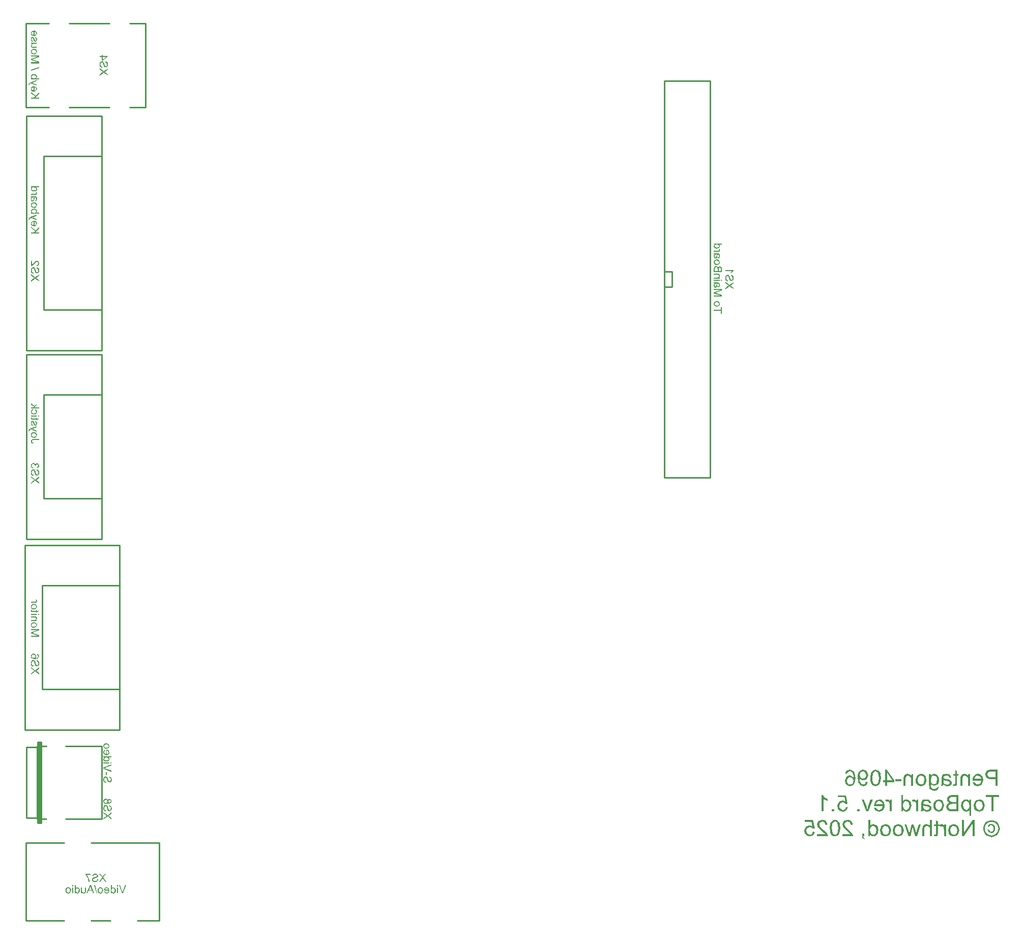
<source format=gbo>
G04*
G04  File:            TOPBOARD-V5.1.2.GBO, Thu Sep 04 00:59:02 2025*
G04  Source:          P-CAD 2006 PCB, Version 19.02.958, (D:\PCAD-2006\Projects\Pentagon-4096\Hardware\TopBoard-v5.1.2.PCB)*
G04  Format:          Gerber Format (RS-274-D), ASCII*
G04*
G04  Format Options:  Absolute Positioning*
G04                   Leading-Zero Suppression*
G04                   Scale Factor 1:1*
G04                   NO Circular Interpolation*
G04                   Inch Units*
G04                   Numeric Format: 4.4 (XXXX.XXXX)*
G04                   G54 NOT Used for Aperture Change*
G04                   Apertures Embedded*
G04*
G04  File Options:    Offset = (0.0mil,0.0mil)*
G04                   Drill Symbol Size = 80.0mil*
G04                   No Pad/Via Holes*
G04*
G04  File Contents:   No Pads*
G04                   No Vias*
G04                   Designators*
G04                   Types*
G04                   Values*
G04                   No Drill Symbols*
G04                   Bot Silk*
G04*
%INTOPBOARD-V5.1.2.GBO*%
%ICAS*%
%MOIN*%
G04*
G04  Aperture MACROs for general use --- invoked via D-code assignment *
G04*
G04  General MACRO for flashed round with rotation and/or offset hole *
%AMROTOFFROUND*
1,1,$1,0.0000,0.0000*
1,0,$2,$3,$4*%
G04*
G04  General MACRO for flashed oval (obround) with rotation and/or offset hole *
%AMROTOFFOVAL*
21,1,$1,$2,0.0000,0.0000,$3*
1,1,$4,$5,$6*
1,1,$4,0-$5,0-$6*
1,0,$7,$8,$9*%
G04*
G04  General MACRO for flashed oval (obround) with rotation and no hole *
%AMROTOVALNOHOLE*
21,1,$1,$2,0.0000,0.0000,$3*
1,1,$4,$5,$6*
1,1,$4,0-$5,0-$6*%
G04*
G04  General MACRO for flashed rectangle with rotation and/or offset hole *
%AMROTOFFRECT*
21,1,$1,$2,0.0000,0.0000,$3*
1,0,$4,$5,$6*%
G04*
G04  General MACRO for flashed rectangle with rotation and no hole *
%AMROTRECTNOHOLE*
21,1,$1,$2,0.0000,0.0000,$3*%
G04*
G04  General MACRO for flashed rounded-rectangle *
%AMROUNDRECT*
21,1,$1,$2-$4,0.0000,0.0000,$3*
21,1,$1-$4,$2,0.0000,0.0000,$3*
1,1,$4,$5,$6*
1,1,$4,$7,$8*
1,1,$4,0-$5,0-$6*
1,1,$4,0-$7,0-$8*
1,0,$9,$10,$11*%
G04*
G04  General MACRO for flashed rounded-rectangle with rotation and no hole *
%AMROUNDRECTNOHOLE*
21,1,$1,$2-$4,0.0000,0.0000,$3*
21,1,$1-$4,$2,0.0000,0.0000,$3*
1,1,$4,$5,$6*
1,1,$4,$7,$8*
1,1,$4,0-$5,0-$6*
1,1,$4,0-$7,0-$8*%
G04*
G04  General MACRO for flashed regular polygon *
%AMREGPOLY*
5,1,$1,0.0000,0.0000,$2,$3+$4*
1,0,$5,$6,$7*%
G04*
G04  General MACRO for flashed regular polygon with no hole *
%AMREGPOLYNOHOLE*
5,1,$1,0.0000,0.0000,$2,$3+$4*%
G04*
G04  General MACRO for target *
%AMTARGET*
6,0,0,$1,$2,$3,4,$4,$5,$6*%
G04*
G04  General MACRO for mounting hole *
%AMMTHOLE*
1,1,$1,0,0*
1,0,$2,0,0*
$1=$1-$2*
$1=$1/2*
21,1,$2+$1,$3,0,0,$4*
21,1,$3,$2+$1,0,0,$4*%
G04*
G04*
G04  D10 : "Ellipse X10.0mil Y10.0mil H0.0mil 0.0deg (0.0mil,0.0mil) Draw"*
G04  Disc: OuterDia=0.0100*
%ADD10C, 0.0100*%
G04  D11 : "Ellipse X15.0mil Y15.0mil H0.0mil 0.0deg (0.0mil,0.0mil) Draw"*
G04  Disc: OuterDia=0.0150*
%ADD11C, 0.0150*%
G04  D12 : "Ellipse X16.0mil Y16.0mil H0.0mil 0.0deg (0.0mil,0.0mil) Draw"*
G04  Disc: OuterDia=0.0160*
%ADD12C, 0.0160*%
G04  D13 : "Ellipse X20.0mil Y20.0mil H0.0mil 0.0deg (0.0mil,0.0mil) Draw"*
G04  Disc: OuterDia=0.0200*
%ADD13C, 0.0200*%
G04  D14 : "Ellipse X25.0mil Y25.0mil H0.0mil 0.0deg (0.0mil,0.0mil) Draw"*
G04  Disc: OuterDia=0.0250*
%ADD14C, 0.0250*%
G04  D15 : "Ellipse X40.0mil Y40.0mil H0.0mil 0.0deg (0.0mil,0.0mil) Draw"*
G04  Disc: OuterDia=0.0400*
%ADD15C, 0.0400*%
G04  D16 : "Ellipse X5.0mil Y5.0mil H0.0mil 0.0deg (0.0mil,0.0mil) Draw"*
G04  Disc: OuterDia=0.0050*
%ADD16C, 0.0050*%
G04  D17 : "Ellipse X6.0mil Y6.0mil H0.0mil 0.0deg (0.0mil,0.0mil) Draw"*
G04  Disc: OuterDia=0.0060*
%ADD17C, 0.0060*%
G04  D18 : "Ellipse X9.8mil Y9.8mil H0.0mil 0.0deg (0.0mil,0.0mil) Draw"*
G04  Disc: OuterDia=0.0098*
%ADD18C, 0.0098*%
G04  D19 : "Ellipse X9.8mil Y9.8mil H0.0mil 0.0deg (0.0mil,0.0mil) Draw"*
G04  Disc: OuterDia=0.0098*
%ADD19C, 0.0098*%
G04  D20 : "Ellipse X111.0mil Y111.0mil H0.0mil 0.0deg (0.0mil,0.0mil) Flash"*
G04  Disc: OuterDia=0.1110*
%ADD20C, 0.1110*%
G04  D21 : "Ellipse X128.0mil Y128.0mil H0.0mil 0.0deg (0.0mil,0.0mil) Flash"*
G04  Disc: OuterDia=0.1280*
%ADD21C, 0.1280*%
G04  D22 : "Ellipse X143.0mil Y143.0mil H0.0mil 0.0deg (0.0mil,0.0mil) Flash"*
G04  Disc: OuterDia=0.1430*
%ADD22C, 0.1430*%
G04  D23 : "Ellipse X200.0mil Y200.0mil H0.0mil 0.0deg (0.0mil,0.0mil) Flash"*
G04  Disc: OuterDia=0.2000*
%ADD23C, 0.2000*%
G04  D24 : "Ellipse X215.0mil Y215.0mil H0.0mil 0.0deg (0.0mil,0.0mil) Flash"*
G04  Disc: OuterDia=0.2150*
%ADD24C, 0.2150*%
G04  D25 : "Ellipse X50.0mil Y50.0mil H0.0mil 0.0deg (0.0mil,0.0mil) Flash"*
G04  Disc: OuterDia=0.0500*
%ADD25C, 0.0500*%
G04  D26 : "Ellipse X58.0mil Y58.0mil H0.0mil 0.0deg (0.0mil,0.0mil) Flash"*
G04  Disc: OuterDia=0.0580*
%ADD26C, 0.0580*%
G04  D27 : "Ellipse X60.0mil Y60.0mil H0.0mil 0.0deg (0.0mil,0.0mil) Flash"*
G04  Disc: OuterDia=0.0600*
%ADD27C, 0.0600*%
G04  D28 : "Ellipse X64.0mil Y64.0mil H0.0mil 0.0deg (0.0mil,0.0mil) Flash"*
G04  Disc: OuterDia=0.0640*
%ADD28C, 0.0640*%
G04  D29 : "Ellipse X65.0mil Y65.0mil H0.0mil 0.0deg (0.0mil,0.0mil) Flash"*
G04  Disc: OuterDia=0.0650*
%ADD29C, 0.0650*%
G04  D30 : "Ellipse X69.0mil Y69.0mil H0.0mil 0.0deg (0.0mil,0.0mil) Flash"*
G04  Disc: OuterDia=0.0690*
%ADD30C, 0.0690*%
G04  D31 : "Ellipse X73.0mil Y73.0mil H0.0mil 0.0deg (0.0mil,0.0mil) Flash"*
G04  Disc: OuterDia=0.0730*
%ADD31C, 0.0730*%
G04  D32 : "Ellipse X75.0mil Y75.0mil H0.0mil 0.0deg (0.0mil,0.0mil) Flash"*
G04  Disc: OuterDia=0.0750*
%ADD32C, 0.0750*%
G04  D33 : "Ellipse X79.0mil Y79.0mil H0.0mil 0.0deg (0.0mil,0.0mil) Flash"*
G04  Disc: OuterDia=0.0790*
%ADD33C, 0.0790*%
G04  D34 : "Ellipse X84.0mil Y84.0mil H0.0mil 0.0deg (0.0mil,0.0mil) Flash"*
G04  Disc: OuterDia=0.0840*
%ADD34C, 0.0840*%
G04  D35 : "Ellipse X90.0mil Y90.0mil H0.0mil 0.0deg (0.0mil,0.0mil) Flash"*
G04  Disc: OuterDia=0.0900*
%ADD35C, 0.0900*%
G04  D36 : "Ellipse X96.0mil Y96.0mil H0.0mil 0.0deg (0.0mil,0.0mil) Flash"*
G04  Disc: OuterDia=0.0960*
%ADD36C, 0.0960*%
G04  D37 : "Rectangle X114.0mil Y114.0mil H0.0mil 0.0deg (0.0mil,0.0mil) Flash"*
G04  Square: Side=0.1140, Rotation=0.0, OffsetX=0.0000, OffsetY=0.0000, HoleDia=0.0000*
%ADD37R, 0.1140 X0.1140*%
G04  D38 : "Rectangle X50.0mil Y50.0mil H0.0mil 0.0deg (0.0mil,0.0mil) Flash"*
G04  Square: Side=0.0500, Rotation=0.0, OffsetX=0.0000, OffsetY=0.0000, HoleDia=0.0000*
%ADD38R, 0.0500 X0.0500*%
G04  D39 : "Rectangle X60.0mil Y60.0mil H0.0mil 0.0deg (0.0mil,0.0mil) Flash"*
G04  Square: Side=0.0600, Rotation=0.0, OffsetX=0.0000, OffsetY=0.0000, HoleDia=0.0000*
%ADD39R, 0.0600 X0.0600*%
G04  D40 : "Rectangle X64.0mil Y64.0mil H0.0mil 0.0deg (0.0mil,0.0mil) Flash"*
G04  Square: Side=0.0640, Rotation=0.0, OffsetX=0.0000, OffsetY=0.0000, HoleDia=0.0000*
%ADD40R, 0.0640 X0.0640*%
G04  D41 : "Rectangle X65.0mil Y65.0mil H0.0mil 0.0deg (0.0mil,0.0mil) Flash"*
G04  Square: Side=0.0650, Rotation=0.0, OffsetX=0.0000, OffsetY=0.0000, HoleDia=0.0000*
%ADD41R, 0.0650 X0.0650*%
G04  D42 : "Rectangle X69.0mil Y69.0mil H0.0mil 0.0deg (0.0mil,0.0mil) Flash"*
G04  Square: Side=0.0690, Rotation=0.0, OffsetX=0.0000, OffsetY=0.0000, HoleDia=0.0000*
%ADD42R, 0.0690 X0.0690*%
G04  D43 : "Rectangle X75.0mil Y75.0mil H0.0mil 0.0deg (0.0mil,0.0mil) Flash"*
G04  Square: Side=0.0750, Rotation=0.0, OffsetX=0.0000, OffsetY=0.0000, HoleDia=0.0000*
%ADD43R, 0.0750 X0.0750*%
G04  D44 : "Rectangle X79.0mil Y79.0mil H0.0mil 0.0deg (0.0mil,0.0mil) Flash"*
G04  Square: Side=0.0790, Rotation=0.0, OffsetX=0.0000, OffsetY=0.0000, HoleDia=0.0000*
%ADD44R, 0.0790 X0.0790*%
G04  D45 : "Rectangle X84.0mil Y84.0mil H0.0mil 0.0deg (0.0mil,0.0mil) Flash"*
G04  Square: Side=0.0840, Rotation=0.0, OffsetX=0.0000, OffsetY=0.0000, HoleDia=0.0000*
%ADD45R, 0.0840 X0.0840*%
G04  D46 : "Rectangle X99.0mil Y99.0mil H0.0mil 0.0deg (0.0mil,0.0mil) Flash"*
G04  Square: Side=0.0990, Rotation=0.0, OffsetX=0.0000, OffsetY=0.0000, HoleDia=0.0000*
%ADD46R, 0.0990 X0.0990*%
G04  D47 : "Ellipse X30.0mil Y30.0mil H0.0mil 0.0deg (0.0mil,0.0mil) Flash"*
G04  Disc: OuterDia=0.0300*
%ADD47C, 0.0300*%
G04  D48 : "Ellipse X45.0mil Y45.0mil H0.0mil 0.0deg (0.0mil,0.0mil) Flash"*
G04  Disc: OuterDia=0.0450*
%ADD48C, 0.0450*%
G04*
%FSLAX44Y44*%
%SFA1B1*%
%OFA0.0000B0.0000*%
G04*
G70*
G90*
G01*
D2*
%LNBot Silk*%
D10*
X163406Y164500*
X163503Y164509D1*
X163597Y164538*
X163683Y164584*
X163759Y164646*
X163821Y164722*
X163868Y164808*
X163896Y164902*
X163906Y165000*
X163896Y165097*
X163868Y165191*
X163821Y165277*
X163759Y165353*
X163683Y165415*
X163597Y165462*
X163503Y165490*
X163406Y165500*
X163308Y165490*
X163214Y165462*
X163128Y165415*
X163052Y165353*
X162990Y165277*
X162944Y165191*
X162915Y165097*
X162906Y165000*
X162915Y164902*
X162944Y164808*
X162990Y164722*
X163052Y164646*
X163128Y164584*
X163214Y164538*
X163308Y164509*
X163406Y164500*
X100187Y165687D2*
X100875D1*
X101500Y165625D2*
X100875D1*
Y170312D2*
X100187D1*
X101500Y170375D2*
X100875D1*
X105125D2*
Y165625D1*
X100875D2*
Y170375D1*
X100187Y170312D2*
Y165687D1*
X100975Y165412D2*
X101087D1*
X100975Y165462D2*
X101087D1*
X100975Y165512D2*
X101087D1*
X100975Y165561D2*
X101087D1*
X100975Y165611D2*
X101087D1*
X100975Y165661D2*
X101087D1*
X100975Y165711D2*
X101087D1*
X100975Y165760D2*
X101087D1*
X100975Y165810D2*
X101087D1*
X100975Y165860D2*
X101087D1*
X100975Y165910D2*
X101087D1*
X100975Y165959D2*
X101087D1*
X100975Y166009D2*
X101087D1*
X100975Y166059D2*
X101087D1*
X100975Y166109D2*
X101087D1*
X100975Y166158D2*
X101087D1*
X100975Y166208D2*
X101087D1*
X100975Y166258D2*
X101087D1*
X100975Y166308D2*
X101087D1*
X100975Y166357D2*
X101087D1*
X100975Y166407D2*
X101087D1*
X100975Y166457D2*
X101087D1*
X100975Y166507D2*
X101087D1*
X100975Y166556D2*
X101087D1*
X100975Y166606D2*
X101087D1*
X100975Y166656D2*
X101087D1*
X100975Y166706D2*
X101087D1*
X100975Y166755D2*
X101087D1*
X100975Y166805D2*
X101087D1*
X100975Y166855D2*
X101087D1*
X100975Y166905D2*
X101087D1*
X100975Y166954D2*
X101087D1*
X100975Y167004D2*
X101087D1*
X100975Y167054D2*
X101087D1*
X100975Y167104D2*
X101087D1*
X100975Y167153D2*
X101087D1*
X100975Y167203D2*
X101087D1*
X100975Y167253D2*
X101087D1*
X100975Y167303D2*
X101087D1*
X100975Y167352D2*
X101087D1*
X100975Y167402D2*
X101087D1*
X100975Y167452D2*
X101087D1*
X100975Y167502D2*
X101087D1*
X100975Y167551D2*
X101087D1*
X100975Y167601D2*
X101087D1*
X100975Y167651D2*
X101087D1*
X100975Y167701D2*
X101087D1*
X100975Y167750D2*
X101087D1*
X100975Y167800D2*
X101087D1*
X100975Y167850D2*
X101087D1*
X100975Y167900D2*
X101087D1*
X100975Y167949D2*
X101087D1*
X100975Y167999D2*
X101087D1*
X100975Y168049D2*
X101087D1*
X100975Y168099D2*
X101087D1*
X100975Y168148D2*
X101087D1*
X100975Y168198D2*
X101087D1*
X100975Y168248D2*
X101087D1*
X100975Y168298D2*
X101087D1*
X100975Y168347D2*
X101087D1*
X100975Y168397D2*
X101087D1*
X100975Y168447D2*
X101087D1*
X100975Y168497D2*
X101087D1*
X100975Y168546D2*
X101087D1*
X100975Y168596D2*
X101087D1*
X100975Y168646D2*
X101087D1*
X100975Y168696D2*
X101087D1*
X100975Y168745D2*
X101087D1*
X100975Y168795D2*
X101087D1*
X100975Y168845D2*
X101087D1*
X100975Y168895D2*
X101087D1*
X100975Y168944D2*
X101087D1*
X100975Y168994D2*
X101087D1*
X100975Y169044D2*
X101087D1*
X100975Y169094D2*
X101087D1*
X100975Y169143D2*
X101087D1*
X100975Y169193D2*
X101087D1*
X100975Y169243D2*
X101087D1*
X100975Y169293D2*
X101087D1*
X100975Y169342D2*
X101087D1*
X100975Y169392D2*
X101087D1*
X100975Y169442D2*
X101087D1*
X100975Y169492D2*
X101087D1*
X100975Y169541D2*
X101087D1*
X100975Y169591D2*
X101087D1*
X100975Y169641D2*
X101087D1*
X100975Y169691D2*
X101087D1*
X100975Y169740D2*
X101087D1*
X100975Y169790D2*
X101087D1*
X100975Y169840D2*
X101087D1*
X100975Y169890D2*
X101087D1*
X100975Y169939D2*
X101087D1*
X100975Y169989D2*
X101087D1*
X100975Y170039D2*
X101087D1*
X100975Y170089D2*
X101087D1*
X100975Y170138D2*
X101087D1*
X100975Y170188D2*
X101087D1*
X100975Y170238D2*
X101087D1*
X100975Y170288D2*
X101087D1*
X100975Y170337D2*
X101087D1*
X100975Y170387D2*
X101087D1*
X100975Y170437D2*
X101087D1*
X100975Y170487D2*
X101087D1*
X100975Y170536D2*
X101087D1*
X100975Y170586D2*
X101087D1*
X101137Y170637D2*
X100925D1*
Y165362*
X101137*
Y170637*
X105125Y165625D2*
X102750D1*
Y170375D2*
X105125D1*
X100192Y196062D2*
X105113D1*
X101324Y193404D2*
X105113D1*
X101324Y186613D2*
X105113D1*
Y183955D2*
X100192D1*
X101324Y186613D2*
Y193404D1*
X105113Y183955D2*
Y196062D1*
X100192Y183955D2*
Y196062D1*
X101232Y180904D2*
X106280D1*
X101232Y174113D2*
X106280D1*
X100100Y183562D2*
X106280D1*
Y171455D2*
X100100D1*
X101232Y174113D2*
Y180904D1*
X106280Y171455D2*
Y183562D1*
X100100Y171455D2*
Y183562D1*
X106964Y217755D2*
X107988D1*
X106964Y212244D2*
X107988D1*
X102988Y217755D2*
X105625D1*
X100153D2*
X101649D1*
X102988Y212244D2*
X105625D1*
X100153D2*
X101649D1*
X107988Y217755D2*
Y212244D1*
X100153Y217755D2*
Y212244D1*
X100190Y211697D2*
X105112D1*
X101322Y209039D2*
X105112D1*
X101322Y198978D2*
X105112D1*
Y196321D2*
X100190D1*
X105112D2*
Y211697D1*
X101322Y198978D2*
Y209039D1*
X100190Y196321D2*
Y211697D1*
X142500Y200500D2*
X142000D1*
X142500D2*
Y201500D1*
X142000D2*
X142500D1*
X142000Y188000D2*
Y214000D1*
X145000D2*
Y188000D1*
X142000*
Y214000D2*
X145000D1*
X107460Y158940D2*
X108897D1*
X104409D2*
X105688D1*
X100157Y164059D2*
X102637D1*
X104409D2*
X108897D1*
X100157Y158940D2*
X102637D1*
X108897Y164059D2*
Y158940D1*
X100157Y164059D2*
Y158940D1*
%LNBot Silk_POS_GLYPHS*%
%LPD*%
X100157Y158940D2*
G36*
X163275Y164868*
X163309Y164804D1*
X163343Y164786*
X163406Y164769*
X163453Y164782*
X163522Y164821*
X163544Y164877*
X163567Y164991*
X163555Y165062*
X163521Y165160*
X163479Y165187*
X163400Y165214*
X163366Y165206*
X163315Y165184*
X163294Y165154*
X163266Y165096*
X163171Y165109*
X163195Y165165*
X163249Y165246*
X163303Y165270*
X163404Y165294*
X163457Y165286*
X163542Y165259*
X163581Y165223*
X163636Y165152*
X163652Y165094*
X163667Y164988*
X163649Y164896*
X163595Y164766*
X163530Y164727*
X163404Y164688*
X163340Y164702*
X163244Y164744*
X163207Y164797*
X163163Y164901*
X163259Y164914*
X163275Y164868*
G37*
G36*
X163681Y167777D2*
Y168210D1*
X163408*
X163274Y168233*
X163097Y168304*
X163053Y168385*
X163010Y168534*
X163018Y168590*
X163042Y168679*
X163072Y168721*
X163128Y168781*
X163174Y168803*
X163259Y168831*
X163314Y168837*
X163422Y168843*
X163822*
Y167777*
X163681*
G37*
G36*
X162345Y167974D2*
X162399Y167904D1*
X162442Y167885*
X162523Y167867*
X162588Y167884*
X162685Y167934*
X162720Y168000*
X162756Y168129*
X162179*
X162178Y168144*
X162177Y168164*
X162202Y168285*
X162276Y168460*
X162364Y168513*
X162530Y168567*
X162636Y168539*
X162791Y168458*
X162841Y168356*
X162891Y168156*
X162866Y168035*
X162792Y167863*
X162700Y167811*
X162523Y167759*
X162434Y167776*
X162301Y167825*
X162250Y167887*
X162183Y168009*
X162317Y168026*
X162345Y167974*
G37*
G36*
X161888Y167777D2*
Y168198D1*
X161873Y168286*
X161827Y168400*
X161776Y168427*
X161683Y168453*
X161647Y168447*
X161592Y168429*
X161568Y168407*
X161537Y168365*
X161529Y168325*
X161522Y168246*
Y167777*
X161391*
Y168250*
X161393Y168305*
X161399Y168379*
X161412Y168417*
X161440Y168475*
X161470Y168501*
X161528Y168541*
X161575Y168554*
X161656Y168567*
X161758Y168534*
X161901Y168438*
Y168549*
X162018*
Y167777*
X161888*
G37*
G36*
X160928Y167892D2*
X160964Y167890D1*
X160982Y167892*
X161008Y167898*
X161017Y167907*
X161030Y167923*
X161033Y167945*
X161037Y167995*
Y168448*
X160904*
Y168549*
X161037*
Y168818*
X161167Y168739*
Y168549*
X161263*
Y168448*
X161167*
Y168003*
X161163Y167934*
X161152Y167848*
X161134Y167824*
X161097Y167789*
X161060Y167778*
X160987Y167767*
X160951Y167770*
X160887Y167779*
X160904Y167894*
X160928Y167892*
G37*
G36*
X160262Y167835D2*
X160243Y167777D1*
X160109*
X160123Y167811*
X160141Y167870*
X160145Y167940*
X160149Y168101*
Y168273*
X160151Y168325*
X160157Y168394*
X160169Y168430*
X160197Y168483*
X160227Y168507*
X160288Y168543*
X160344Y168555*
X160450Y168567*
X160519Y168560*
X160625Y168539*
X160673Y168512*
X160740Y168460*
X160764Y168415*
X160797Y168329*
X160668Y168312*
X160647Y168360*
X160603Y168425*
X160558Y168441*
X160465Y168457*
X160403Y168446*
X160316Y168413*
X160297Y168377*
X160277Y168300*
X160278Y168290*
X160279Y168267*
X160357Y168249*
X160515Y168221*
X160564Y168214*
X160632Y168202*
X160668Y168188*
X160726Y168159*
X160754Y168133*
X160794Y168084*
X160807Y168046*
X160820Y167980*
X160803Y167916*
X160752Y167821*
X160686Y167790*
X160555Y167759*
X160499Y167766*
X160409Y167784*
X160357Y167813*
X160270Y167872*
X160262Y167835*
G37*
G36*
X159952Y167635D2*
X159890Y167526D1*
X159813Y167495*
X159668Y167464*
X159589Y167475*
X159471Y167508*
X159422Y167549*
X159355Y167627*
X159337Y167709*
X159319Y167880*
Y168549*
X159438*
Y168455*
X159516Y168511*
X159664Y168567*
X159734Y168554*
X159842Y168515*
X159891Y168466*
X159959Y168370*
X159979Y168296*
X159999Y168166*
X159977Y168057*
X159911Y167891*
X159827Y167834*
X159664Y167777*
X159578Y167802*
X159449Y167878*
X159451Y167805*
X159459Y167711*
X159480Y167670*
X159526Y167610*
X159574Y167592*
X159668Y167573*
X159722Y167583*
X159800Y167612*
X159821Y167640*
X159846Y167696*
X159972Y167713*
X159952Y167635*
G37*
G36*
X159142Y168038D2*
X159068Y167863D1*
X158977Y167811*
X158807Y167759*
X158735Y167771*
X158620Y167806*
X158566Y167851*
X158489Y167939*
X158467Y168019*
X158444Y168174*
X158470Y168292*
X158546Y168462*
X158637Y168514*
X158807Y168567*
X158903Y168545*
X159048Y168480*
X159108Y168375*
X159167Y168162*
X159142Y168038*
G37*
G36*
X158161Y167777D2*
Y168198D1*
X158146Y168286*
X158100Y168400*
X158049Y168427*
X157955Y168453*
X157920Y168447*
X157864Y168429*
X157841Y168407*
X157810Y168365*
X157802Y168325*
X157794Y168246*
Y167777*
X157664*
Y168250*
X157666Y168305*
X157672Y168379*
X157685Y168417*
X157713Y168475*
X157742Y168501*
X157801Y168541*
X157848Y168554*
X157929Y168567*
X158030Y168534*
X158174Y168438*
Y168549*
X158291*
Y167777*
X158161*
G37*
G36*
X157110Y168097D2*
Y168229D1*
X157514*
Y168097*
X157110*
G37*
G36*
X156452Y167777D2*
Y168032D1*
X156308*
Y168152*
X156452*
Y168843*
X156560*
X157047Y168152*
Y168032*
X156583*
Y167777*
X156452*
G37*
G36*
X156148Y168118D2*
X156069Y167869D1*
X155986Y167814*
X155827Y167759*
X155750Y167775*
X155634Y167822*
X155585Y167882*
X155518Y167999*
X155498Y168104*
X155478Y168302*
X155485Y168404*
X155503Y168553*
X155526Y168616*
X155569Y168712*
X155606Y168754*
X155676Y168812*
X155730Y168829*
X155827Y168846*
X155905Y168831*
X156021Y168784*
X156069Y168724*
X156136Y168606*
X156155Y168501*
X156174Y168302*
X156148Y168118*
G37*
G36*
X155301Y167943D2*
X155234Y167828D1*
X155163Y167794*
X155030Y167759*
X154948Y167775*
X154824Y167822*
X154769Y167883*
X154691Y168006*
X154669Y168117*
X154646Y168331*
X154657Y168454*
X154691Y168630*
X154735Y168696*
X154823Y168790*
X154892Y168818*
X155012Y168846*
X155108Y168822*
X155251Y168748*
X155299Y168658*
X155346Y168486*
X155323Y168384*
X155255Y168234*
X155176Y168186*
X155032Y168139*
X154975Y168149*
X154885Y168177*
X154841Y168212*
X154777Y168279*
Y168268*
Y168252*
X154782Y168192*
X154797Y168093*
X154814Y168042*
X154846Y167967*
X154871Y167937*
X154920Y167894*
X154958Y167880*
X155026Y167867*
X155073Y167877*
X155142Y167906*
X155168Y167948*
X155202Y168034*
X155329Y168024*
X155301Y167943*
G37*
G36*
X153864Y168661D2*
X153933Y168776D1*
X154005Y168811*
X154140Y168846*
X154250Y168816*
X154410Y168724*
X154467Y168577*
X154523Y168275*
X154498Y168107*
X154421Y167879*
X154328Y167819*
X154153Y167759*
X154087Y167771*
X153982Y167804*
X153933Y167849*
X153862Y167936*
X153840Y168004*
X153818Y168122*
X153841Y168223*
X153911Y168372*
X153990Y168420*
X154134Y168469*
X154189Y168460*
X154278Y168433*
X154324Y168398*
X154393Y168327*
X154384Y168428*
X154357Y168572*
X154323Y168626*
X154259Y168703*
X154219Y168721*
X154148Y168739*
X154095Y168725*
X154015Y168684*
X153995Y168647*
X153966Y168572*
X153835Y168582*
X153864Y168661*
G37*
G36*
X163410Y166110D2*
Y167049D1*
X163059*
Y167176*
X163903*
Y167049*
X163552*
Y166110*
X163410*
G37*
G36*
X162952Y166372D2*
X162877Y166196D1*
X162787Y166144*
X162616Y166093*
X162544Y166104*
X162430Y166140*
X162376Y166184*
X162299Y166272*
X162277Y166352*
X162254Y166507*
X162279Y166625*
X162356Y166795*
X162446Y166848*
X162616Y166900*
X162712Y166878*
X162858Y166814*
X162917Y166708*
X162977Y166495*
X162952Y166372*
G37*
G36*
X161970Y165815D2*
Y166189D1*
X161941Y166161*
X161885Y166120*
X161842Y166106*
X161767Y166093*
X161702Y166105*
X161595Y166143*
X161544Y166191*
X161471Y166287*
X161449Y166364*
X161428Y166501*
X161438Y166580*
X161467Y166704*
X161506Y166763*
X161582Y166848*
X161645Y166874*
X161758Y166900*
X161809Y166892*
X161887Y166870*
X161924Y166841*
X161982Y166783*
Y166883*
X162101*
Y165815*
X161970*
G37*
G36*
X160854Y166110D2*
X160786Y166114D1*
X160683Y166127*
X160636Y166145*
X160567Y166180*
X160536Y166214*
X160488Y166280*
X160472Y166330*
X160456Y166419*
X160469Y166482*
X160508Y166580*
X160559Y166621*
X160657Y166677*
X160610Y166711*
X160545Y166774*
X160526Y166821*
X160507Y166902*
X160518Y166956*
X160550Y167044*
X160589Y167085*
X160666Y167143*
X160733Y167160*
X160862Y167176*
X161261*
Y166110*
X160854*
G37*
G36*
X160302Y166372D2*
X160227Y166196D1*
X160137Y166144*
X159967Y166093*
X159895Y166104*
X159780Y166140*
X159726Y166184*
X159649Y166272*
X159627Y166352*
X159604Y166507*
X159630Y166625*
X159706Y166795*
X159797Y166848*
X159967Y166900*
X160063Y166878*
X160208Y166814*
X160268Y166708*
X160327Y166495*
X160302Y166372*
G37*
G36*
X158937Y166168D2*
X158918Y166110D1*
X158784*
X158798Y166144*
X158816Y166203*
X158820Y166273*
X158824Y166434*
Y166607*
X158826Y166659*
X158832Y166727*
X158845Y166763*
X158872Y166816*
X158902Y166840*
X158963Y166876*
X159019Y166888*
X159125Y166900*
X159194Y166893*
X159300Y166872*
X159348Y166845*
X159415Y166793*
X159439Y166748*
X159472Y166662*
X159344Y166645*
X159322Y166693*
X159278Y166758*
X159233Y166774*
X159140Y166791*
X159078Y166780*
X158991Y166747*
X158972Y166710*
X158952Y166633*
X158953Y166623*
X158954Y166601*
X159032Y166583*
X159190Y166555*
X159239Y166548*
X159307Y166536*
X159344Y166521*
X159401Y166492*
X159429Y166467*
X159469Y166418*
X159482Y166380*
X159495Y166313*
X159478Y166249*
X159427Y166154*
X159361Y166123*
X159230Y166093*
X159174Y166099*
X159084Y166118*
X159032Y166146*
X158945Y166206*
X158937Y166168*
G37*
G36*
X158494Y166110D2*
Y166513D1*
X158489Y166572*
X158473Y166666*
X158457Y166695*
X158424Y166738*
X158396Y166751*
X158347Y166764*
X158311Y166757*
X158251Y166735*
X158203Y166856*
X158255Y166878*
X158339Y166900*
X158372Y166893*
X158425Y166873*
X158455Y166839*
X158508Y166764*
Y166883*
X158625*
Y166110*
X158494*
G37*
G36*
X157505D2*
Y167176D1*
X157635*
Y166793*
X157666Y166824*
X157724Y166870*
X157769Y166885*
X157848Y166900*
X157915Y166887*
X158021Y166849*
X158069Y166800*
X158136Y166704*
X158155Y166629*
X158174Y166495*
X158163Y166413*
X158132Y166285*
X158091Y166227*
X158012Y166144*
X157950Y166118*
X157842Y166093*
X157753Y166121*
X157626Y166206*
Y166110*
X157505*
G37*
G36*
X156755D2*
Y166513D1*
X156750Y166572*
X156734Y166666*
X156718Y166695*
X156685Y166738*
X156657Y166751*
X156608Y166764*
X156572Y166757*
X156512Y166735*
X156464Y166856*
X156516Y166878*
X156600Y166900*
X156633Y166893*
X156686Y166873*
X156716Y166839*
X156769Y166764*
Y166883*
X156886*
Y166110*
X156755*
G37*
G36*
X155886Y166308D2*
X155939Y166237D1*
X155983Y166219*
X156063Y166200*
X156128Y166217*
X156226Y166267*
X156260Y166333*
X156297Y166463*
X155720*
X155719Y166477*
X155718Y166497*
X155743Y166619*
X155817Y166793*
X155905Y166847*
X156071Y166900*
X156176Y166873*
X156331Y166792*
X156381Y166689*
X156431Y166490*
X156406Y166369*
X156332Y166196*
X156240Y166144*
X156063Y166093*
X155974Y166109*
X155842Y166158*
X155790Y166220*
X155724Y166342*
X155858Y166359*
X155886Y166308*
G37*
G36*
X155221Y166110D2*
X154928Y166883D1*
X155064*
X155237Y166411*
X155256Y166353*
X155285Y166263*
X155303Y166322*
X155334Y166419*
X155501Y166883*
X155639*
X155346Y166110*
X155221*
G37*
G36*
X154625D2*
Y166260D1*
X154775*
Y166110*
X154625*
G37*
G36*
X153992Y166302D2*
X153918Y166173D1*
X153835Y166133*
X153680Y166093*
X153565Y166125*
X153400Y166221*
X153357Y166310*
X153314Y166470*
X153338Y166571*
X153410Y166721*
X153494Y166769*
X153647Y166817*
X153724Y166801*
X153849Y166750*
X153793Y167038*
X153363*
Y167163*
X153895*
X153998Y166614*
X153875Y166597*
X153848Y166627*
X153796Y166673*
X153755Y166688*
X153682Y166702*
X153614Y166686*
X153515Y166637*
X153483Y166576*
X153452Y166459*
X153468Y166383*
X153517Y166271*
X153573Y166236*
X153678Y166200*
X153732Y166213*
X153814Y166250*
X153845Y166300*
X153883Y166399*
X154021Y166390*
X153992Y166302*
G37*
G36*
X152968Y166110D2*
Y166260D1*
X153118*
Y166110*
X152968*
G37*
G36*
X152286Y167180D2*
X152370D1*
X152408Y167126*
X152487Y167036*
X152556Y166987*
X152679Y166911*
Y166785*
X152630Y166808*
X152542Y166853*
X152491Y166886*
X152416Y166942*
Y166110*
X152286*
Y167180*
G37*
G36*
X162188Y164485D2*
Y165321D1*
X161628Y164485*
X161483*
Y165551*
X161619*
Y164713*
X162181Y165551*
X162324*
Y164485*
X162188*
G37*
G36*
X161287Y164747D2*
X161212Y164571D1*
X161122Y164519*
X160952Y164468*
X160879Y164479*
X160765Y164515*
X160711Y164559*
X160634Y164647*
X160612Y164727*
X160589Y164882*
X160615Y165000*
X160691Y165170*
X160781Y165223*
X160952Y165275*
X161047Y165253*
X161193Y165189*
X161253Y165083*
X161312Y164870*
X161287Y164747*
G37*
G36*
X160307Y164485D2*
Y164888D1*
X160302Y164947*
X160286Y165041*
X160270Y165070*
X160237Y165113*
X160210Y165126*
X160160Y165139*
X160124Y165132*
X160064Y165110*
X160016Y165231*
X160068Y165253*
X160152Y165275*
X160186Y165268*
X160238Y165248*
X160269Y165214*
X160321Y165139*
Y165258*
X160438*
Y164485*
X160307*
G37*
G36*
X159678Y164600D2*
X159713Y164598D1*
X159731Y164600*
X159757Y164607*
X159766Y164615*
X159779Y164632*
X159782Y164654*
X159786Y164704*
Y165156*
X159654*
Y165258*
X159786*
Y165526*
X159916Y165447*
Y165258*
X160012*
Y165156*
X159916*
Y164711*
X159912Y164643*
X159901Y164556*
X159883Y164532*
X159846Y164497*
X159809Y164486*
X159736Y164475*
X159700Y164478*
X159636Y164487*
X159654Y164602*
X159678Y164600*
G37*
G36*
X159395Y164485D2*
Y164907D1*
X159389Y164965*
X159374Y165049*
X159350Y165082*
X159301Y165131*
X159260Y165146*
X159191Y165162*
X159142Y165151*
X159072Y165117*
X159050Y165070*
X159029Y164974*
Y164485*
X158898*
Y164974*
X158905Y165045*
X158926Y165146*
X158956Y165185*
X159017Y165240*
X159070Y165258*
X159165Y165275*
X159257Y165248*
X159395Y165168*
Y165551*
X159525*
Y164485*
X159395*
G37*
G36*
X158421D2*
X158263Y165079D1*
X158231Y164947*
X158110Y164485*
X157976*
X157730Y165258*
X157857*
X157993Y164811*
X158037Y164661*
X158076Y164809*
X158193Y165258*
X158325*
X158449Y164805*
X158468Y164728*
X158488Y164644*
X158534Y164811*
X158657Y165258*
X158793*
X158559Y164485*
X158421*
G37*
G36*
X157644Y164747D2*
X157569Y164571D1*
X157479Y164519*
X157309Y164468*
X157237Y164479*
X157122Y164515*
X157068Y164559*
X156991Y164647*
X156969Y164727*
X156946Y164882*
X156972Y165000*
X157048Y165170*
X157139Y165223*
X157309Y165275*
X157405Y165253*
X157550Y165189*
X157610Y165083*
X157669Y164870*
X157644Y164747*
G37*
G36*
X156816D2*
X156741Y164571D1*
X156651Y164519*
X156480Y164468*
X156408Y164479*
X156293Y164515*
X156240Y164559*
X156163Y164647*
X156141Y164727*
X156118Y164882*
X156143Y165000*
X156220Y165170*
X156310Y165223*
X156480Y165275*
X156576Y165253*
X156722Y165189*
X156781Y165083*
X156841Y164870*
X156816Y164747*
G37*
G36*
X155343Y164485D2*
Y165551D1*
X155474*
Y165168*
X155505Y165199*
X155563Y165245*
X155608Y165260*
X155687Y165275*
X155754Y165262*
X155859Y165224*
X155907Y165175*
X155974Y165079*
X155993Y165004*
X156013Y164870*
X156002Y164788*
X155970Y164660*
X155930Y164602*
X155851Y164519*
X155789Y164493*
X155681Y164468*
X155591Y164496*
X155464Y164581*
Y164485*
X155343*
G37*
G36*
X155029D2*
X155035Y164443D1*
X155051Y164384*
X155071Y164362*
X155111Y164330*
X155077Y164274*
X155038Y164301*
X154983Y164354*
X154968Y164399*
X154952Y164485*
Y164635*
X155102*
Y164485*
X155029*
G37*
G36*
X154180Y164612D2*
X154161Y164638D1*
X154125Y164681*
X154078Y164724*
X153973Y164815*
X153887Y164891*
X153772Y165002*
X153735Y165051*
X153685Y165132*
X153672Y165179*
X153658Y165258*
X153681Y165342*
X153748Y165470*
X153832Y165512*
X153992Y165555*
X154090Y165535*
X154233Y165475*
X154282Y165398*
X154337Y165246*
X154203Y165233*
X154188Y165297*
X154146Y165389*
X154094Y165417*
X153994Y165446*
X153935Y165432*
X153849Y165392*
X153821Y165346*
X153792Y165261*
X153808Y165203*
X153855Y165104*
X153929Y165027*
X154089Y164878*
X154160Y164815*
X154260Y164717*
X154297Y164664*
X154346Y164575*
X154355Y164542*
X154362Y164485*
X153656*
Y164612*
X154180*
G37*
G36*
X153490Y164827D2*
X153411Y164577D1*
X153328Y164522*
X153169Y164468*
X153092Y164483*
X152976Y164530*
X152927Y164590*
X152860Y164707*
X152840Y164812*
X152820Y165010*
X152826Y165112*
X152845Y165261*
X152868Y165325*
X152911Y165421*
X152948Y165462*
X153018Y165520*
X153072Y165538*
X153169Y165555*
X153247Y165539*
X153363Y165493*
X153411Y165432*
X153478Y165314*
X153497Y165209*
X153516Y165010*
X153490Y164827*
G37*
G36*
X152523Y164612D2*
X152504Y164638D1*
X152468Y164681*
X152422Y164724*
X152316Y164815*
X152231Y164891*
X152116Y165002*
X152079Y165051*
X152028Y165132*
X152015Y165179*
X152002Y165258*
X152024Y165342*
X152092Y165470*
X152175Y165512*
X152335Y165555*
X152433Y165535*
X152577Y165475*
X152625Y165398*
X152680Y165246*
X152546Y165233*
X152532Y165297*
X152489Y165389*
X152437Y165417*
X152337Y165446*
X152279Y165432*
X152192Y165392*
X152164Y165346*
X152136Y165261*
X152151Y165203*
X152198Y165104*
X152272Y165027*
X152433Y164878*
X152503Y164815*
X152604Y164717*
X152640Y164664*
X152690Y164575*
X152698Y164542*
X152705Y164485*
X152000*
Y164612*
X152523*
G37*
G36*
X151831Y164677D2*
X151756Y164548D1*
X151674Y164508*
X151518Y164468*
X151404Y164500*
X151238Y164596*
X151195Y164685*
X151152Y164845*
X151176Y164946*
X151249Y165096*
X151332Y165144*
X151486Y165192*
X151562Y165176*
X151687Y165125*
X151631Y165413*
X151202*
Y165538*
X151733*
X151837Y164989*
X151714Y164972*
X151687Y165002*
X151634Y165048*
X151593Y165063*
X151520Y165077*
X151453Y165061*
X151353Y165012*
X151322Y164951*
X151290Y164834*
X151306Y164758*
X151355Y164646*
X151412Y164611*
X151516Y164575*
X151571Y164588*
X151653Y164625*
X151684Y164675*
X151722Y164774*
X151860Y164765*
X151831Y164677*
G37*
G36*
X105230Y165659D2*
X105416Y165794D1*
X105428Y165802*
X105453Y165819*
X105440Y165828*
X105420Y165842*
X105230Y165976*
Y166063*
X105511Y165863*
X105764Y166048*
Y165970*
X105623Y165864*
X105600Y165848*
X105563Y165822*
X105584Y165809*
X105627Y165781*
X105764Y165683*
Y165598*
X105507Y165780*
X105230Y165574*
Y165659*
G37*
G36*
X105365Y166111D2*
X105306Y166132D1*
X105279Y166159*
X105242Y166209*
X105232Y166251*
X105222Y166329*
X105227Y166369*
X105242Y166432*
X105262Y166461*
X105300Y166502*
X105330Y166514*
X105381Y166526*
X105411Y166521*
X105457Y166504*
X105478Y166481*
X105511Y166435*
X105523Y166398*
X105545Y166318*
X105559Y166270*
X105583Y166212*
X105599Y166202*
X105630Y166192*
X105653Y166199*
X105687Y166221*
X105699Y166251*
X105711Y166313*
X105704Y166352*
X105685Y166406*
X105659Y166423*
X105610Y166443*
X105615Y166510*
X105647Y166503*
X105698Y166484*
X105722Y166460*
X105755Y166414*
X105764Y166377*
X105774Y166310*
X105769Y166272*
X105756Y166213*
X105738Y166185*
X105702Y166146*
X105674Y166135*
X105626Y166124*
X105600Y166128*
X105560Y166142*
X105540Y166161*
X105510Y166199*
X105497Y166232*
X105476Y166302*
X105465Y166343*
X105450Y166396*
X105439Y166416*
X105419Y166444*
X105403Y166451*
X105375Y166458*
X105358Y166454*
X105330Y166443*
X105316Y166427*
X105297Y166397*
X105291Y166371*
X105285Y166326*
X105289Y166294*
X105300Y166244*
X105315Y166222*
X105342Y166191*
X105365Y166181*
X105408Y166170*
X105402Y166104*
X105365Y166111*
G37*
G36*
X105504Y166665D2*
X105472Y166621D1*
X105441Y166608*
X105385Y166595*
X105338Y166608*
X105268Y166644*
X105245Y166688*
X105222Y166771*
X105233Y166823*
X105268Y166899*
X105309Y166924*
X105383Y166948*
X105417Y166942*
X105468Y166922*
X105490Y166897*
X105519Y166847*
X105534Y166872*
X105562Y166906*
X105585Y166916*
X105627Y166926*
X105666Y166915*
X105725Y166883*
X105746Y166844*
X105766Y166770*
X105756Y166725*
X105726Y166658*
X105692Y166638*
X105628Y166617*
X105602Y166622*
X105562Y166636*
X105545Y166656*
X105519Y166696*
X105504Y166665*
G37*
G36*
X105365Y167989D2*
X105306Y168011D1*
X105279Y168037*
X105242Y168087*
X105232Y168129*
X105222Y168208*
X105227Y168247*
X105242Y168310*
X105262Y168339*
X105300Y168380*
X105330Y168392*
X105381Y168405*
X105411Y168399*
X105457Y168382*
X105478Y168359*
X105511Y168313*
X105523Y168276*
X105545Y168196*
X105559Y168148*
X105583Y168091*
X105599Y168080*
X105630Y168070*
X105653Y168078*
X105687Y168099*
X105699Y168129*
X105711Y168191*
X105704Y168230*
X105685Y168284*
X105659Y168301*
X105610Y168321*
X105615Y168388*
X105647Y168381*
X105698Y168362*
X105722Y168338*
X105755Y168292*
X105764Y168255*
X105774Y168189*
X105769Y168151*
X105756Y168091*
X105738Y168064*
X105702Y168025*
X105674Y168013*
X105626Y168002*
X105600Y168007*
X105560Y168020*
X105540Y168039*
X105510Y168077*
X105497Y168110*
X105476Y168180*
X105465Y168222*
X105450Y168274*
X105439Y168294*
X105419Y168322*
X105403Y168329*
X105375Y168336*
X105358Y168333*
X105330Y168321*
X105316Y168306*
X105297Y168275*
X105291Y168250*
X105285Y168204*
X105289Y168172*
X105300Y168123*
X105315Y168100*
X105342Y168069*
X105365Y168060*
X105408Y168048*
X105402Y167982*
X105365Y167989*
G37*
G36*
X105391Y168669D2*
X105457D1*
Y168467*
X105391*
Y168669*
G37*
G36*
X105230Y168974D2*
X105764Y169183D1*
Y169111*
X105376Y168967*
X105343Y168955*
X105289Y168938*
X105321Y168928*
X105376Y168910*
X105764Y168772*
Y168696*
X105230Y168902*
Y168974*
G37*
G36*
X105689Y169304D2*
X105764D1*
Y169239*
X105689*
Y169304*
G37*
G36*
X105230D2*
X105617D1*
Y169239*
X105230*
Y169304*
G37*
G36*
Y169714D2*
X105764D1*
Y169649*
X105573*
X105588Y169633*
X105611Y169604*
X105619Y169582*
X105626Y169542*
X105620Y169508*
X105601Y169456*
X105576Y169432*
X105528Y169398*
X105490Y169388*
X105423Y169379*
X105382Y169384*
X105318Y169400*
X105289Y169420*
X105247Y169460*
X105234Y169491*
X105222Y169545*
X105236Y169590*
X105278Y169653*
X105230*
Y169714*
G37*
G36*
X105329Y170068D2*
X105294Y170041D1*
X105285Y170019*
X105275Y169979*
X105284Y169946*
X105309Y169897*
X105342Y169880*
X105407Y169862*
Y170151*
X105414Y170152*
X105424Y170152*
X105485Y170140*
X105573Y170103*
X105599Y170058*
X105626Y169975*
X105612Y169922*
X105572Y169845*
X105520Y169820*
X105420Y169795*
X105360Y169807*
X105274Y169844*
X105248Y169890*
X105222Y169979*
X105230Y170024*
X105254Y170090*
X105286Y170116*
X105347Y170149*
X105355Y170082*
X105329Y170068*
G37*
G36*
X105361Y170219D2*
X105274Y170257D1*
X105248Y170302*
X105222Y170387*
X105228Y170424*
X105245Y170481*
X105268Y170508*
X105311Y170546*
X105352Y170558*
X105429Y170569*
X105488Y170556*
X105574Y170518*
X105600Y170473*
X105626Y170387*
X105615Y170339*
X105583Y170266*
X105530Y170237*
X105423Y170207*
X105361Y170219*
G37*
G36*
X100480Y187659D2*
X100666Y187794D1*
X100678Y187802*
X100703Y187819*
X100690Y187828*
X100670Y187842*
X100480Y187976*
Y188063*
X100761Y187863*
X101014Y188048*
Y187970*
X100873Y187864*
X100850Y187848*
X100813Y187822*
X100834Y187809*
X100877Y187781*
X101014Y187683*
Y187598*
X100757Y187780*
X100480Y187574*
Y187659*
G37*
G36*
X100615Y188111D2*
X100556Y188132D1*
X100529Y188159*
X100492Y188209*
X100482Y188251*
X100472Y188329*
X100477Y188369*
X100492Y188432*
X100512Y188461*
X100550Y188502*
X100580Y188514*
X100631Y188526*
X100661Y188521*
X100707Y188504*
X100728Y188481*
X100761Y188435*
X100773Y188398*
X100795Y188318*
X100809Y188270*
X100833Y188212*
X100849Y188202*
X100880Y188192*
X100903Y188199*
X100937Y188221*
X100949Y188251*
X100961Y188313*
X100954Y188352*
X100935Y188406*
X100909Y188423*
X100860Y188443*
X100865Y188510*
X100897Y188503*
X100948Y188484*
X100972Y188460*
X101005Y188414*
X101014Y188377*
X101024Y188310*
X101019Y188272*
X101006Y188213*
X100988Y188185*
X100952Y188146*
X100924Y188135*
X100876Y188124*
X100850Y188128*
X100810Y188142*
X100790Y188161*
X100760Y188199*
X100747Y188232*
X100726Y188302*
X100715Y188343*
X100700Y188396*
X100689Y188416*
X100669Y188444*
X100653Y188451*
X100625Y188458*
X100608Y188454*
X100580Y188443*
X100566Y188427*
X100547Y188397*
X100541Y188371*
X100535Y188326*
X100539Y188294*
X100550Y188244*
X100565Y188222*
X100592Y188191*
X100615Y188181*
X100658Y188170*
X100652Y188104*
X100615Y188111*
G37*
G36*
X100578Y188612D2*
X100513Y188650D1*
X100492Y188691*
X100472Y188766*
X100484Y188818*
X100520Y188896*
X100561Y188921*
X100638Y188947*
X100672Y188940*
X100724Y188921*
X100743Y188896*
X100768Y188847*
X100784Y188870*
X100814Y188902*
X100837Y188912*
X100877Y188921*
X100903Y188916*
X100946Y188901*
X100967Y188882*
X100997Y188845*
X101007Y188815*
X101016Y188765*
X101007Y188722*
X100980Y188658*
X100945Y188634*
X100878Y188604*
X100866Y188669*
X100896Y188679*
X100939Y188702*
X100951Y188724*
X100963Y188766*
X100957Y188791*
X100939Y188829*
X100918Y188842*
X100879Y188854*
X100850Y188845*
X100811Y188820*
X100800Y188792*
X100790Y188744*
X100790Y188741*
X100791Y188734*
X100733Y188726*
X100736Y188745*
X100740Y188772*
X100732Y188803*
X100710Y188848*
X100684Y188863*
X100636Y188878*
X100604Y188870*
X100557Y188846*
X100541Y188818*
X100525Y188767*
X100532Y188741*
X100550Y188700*
X100576Y188684*
X100630Y188663*
X100621Y188597*
X100578Y188612*
G37*
G36*
X100582Y190227D2*
X100512Y190254D1*
X100492Y190290*
X100472Y190362*
X100476Y190394*
X100491Y190444*
X100510Y190466*
X100547Y190496*
X100582Y190504*
X100650Y190513*
X101014*
Y190441*
X100646*
X100618Y190439*
X100580Y190434*
X100566Y190425*
X100547Y190407*
X100541Y190391*
X100535Y190361*
X100541Y190338*
X100557Y190305*
X100584Y190294*
X100641Y190282*
X100631Y190219*
X100582Y190227*
G37*
G36*
X100611Y190608D2*
X100524Y190645D1*
X100498Y190690*
X100472Y190776*
X100478Y190812*
X100495Y190869*
X100518Y190896*
X100561Y190935*
X100602Y190946*
X100679Y190957*
X100738Y190945*
X100824Y190906*
X100850Y190861*
X100876Y190776*
X100865Y190728*
X100833Y190655*
X100780Y190625*
X100673Y190595*
X100611Y190608*
G37*
G36*
X100328Y191047D2*
X100324Y191073D1*
X100328Y191094*
X100339Y191126*
X100355Y191142*
X100386Y191167*
X100414Y191179*
X100474Y191203*
X100867Y191350*
Y191285*
X100641Y191201*
X100609Y191191*
X100555Y191174*
X100589Y191164*
X100644Y191146*
X100867Y191065*
Y190996*
X100480Y191143*
X100474Y191140*
X100464Y191136*
X100442Y191128*
X100415Y191117*
X100407Y191109*
X100395Y191095*
X100391Y191083*
X100387Y191060*
X100389Y191047*
X100394Y191023*
X100332Y191030*
X100328Y191047*
G37*
G36*
X100557Y191395D2*
X100503Y191430D1*
X100487Y191468*
X100472Y191544*
X100475Y191576*
X100487Y191626*
X100502Y191649*
X100532Y191682*
X100554Y191691*
X100594Y191701*
X100616Y191697*
X100650Y191685*
X100664Y191670*
X100684Y191642*
X100695Y191611*
X100715Y191544*
X100722Y191518*
X100731Y191487*
X100737Y191476*
X100749Y191462*
X100757Y191458*
X100771Y191454*
X100785Y191459*
X100807Y191473*
X100815Y191494*
X100822Y191537*
X100818Y191562*
X100805Y191596*
X100790Y191608*
X100759Y191622*
X100768Y191686*
X100792Y191679*
X100827Y191663*
X100841Y191647*
X100863Y191612*
X100869Y191584*
X100876Y191533*
X100874Y191511*
X100868Y191476*
X100861Y191458*
X100848Y191434*
X100835Y191421*
X100812Y191402*
X100794Y191396*
X100764Y191391*
X100744Y191394*
X100712Y191404*
X100697Y191418*
X100675Y191446*
X100664Y191478*
X100644Y191546*
X100635Y191576*
X100621Y191613*
X100610Y191623*
X100587Y191634*
X100570Y191628*
X100544Y191611*
X100535Y191589*
X100525Y191544*
X100531Y191515*
X100546Y191474*
X100566Y191460*
X100606Y191444*
X100596Y191380*
X100557Y191395*
G37*
G36*
X100538Y191910D2*
X100537Y191892D1*
X100538Y191883*
X100541Y191870*
X100545Y191865*
X100554Y191859*
X100565Y191857*
X100590Y191855*
X100817*
Y191922*
X100867*
Y191855*
X101002*
X100963Y191790*
X100867*
Y191742*
X100817*
Y191790*
X100594*
X100559Y191792*
X100516Y191798*
X100504Y191807*
X100487Y191825*
X100481Y191844*
X100475Y191880*
X100477Y191898*
X100481Y191930*
X100539Y191922*
X100538Y191910*
G37*
G36*
X100939Y192051D2*
X101014D1*
Y191986*
X100939*
Y192051*
G37*
G36*
X100480D2*
X100867D1*
Y191986*
X100480*
Y192051*
G37*
G36*
X100592Y192393D2*
X100549Y192370D1*
X100537Y192347*
X100525Y192305*
X100534Y192274*
X100560Y192228*
X100597Y192213*
X100673Y192198*
X100721Y192206*
X100786Y192229*
X100804Y192257*
X100822Y192310*
X100817Y192332*
X100802Y192366*
X100782Y192379*
X100743Y192398*
X100752Y192462*
X100790Y192446*
X100843Y192410*
X100860Y192374*
X100876Y192307*
X100870Y192271*
X100853Y192215*
X100829Y192188*
X100782Y192152*
X100743Y192141*
X100671Y192131*
X100610Y192143*
X100524Y192179*
X100498Y192223*
X100472Y192306*
X100481Y192349*
X100509Y192413*
X100545Y192438*
X100614Y192467*
X100622Y192403*
X100592Y192393*
G37*
G36*
X100480Y192588D2*
X100633D1*
X100677Y192634*
X100480Y192762*
Y192844*
X100723Y192681*
X100867Y192829*
Y192743*
X100710Y192588*
X101014*
Y192523*
X100480*
Y192588*
G37*
G36*
Y175159D2*
X100666Y175294D1*
X100678Y175302*
X100703Y175319*
X100690Y175328*
X100670Y175342*
X100480Y175476*
Y175563*
X100761Y175363*
X101014Y175548*
Y175470*
X100873Y175364*
X100850Y175348*
X100813Y175322*
X100834Y175309*
X100877Y175281*
X101014Y175183*
Y175098*
X100757Y175280*
X100480Y175074*
Y175159*
G37*
G36*
X100615Y175611D2*
X100556Y175632D1*
X100529Y175659*
X100492Y175709*
X100482Y175751*
X100472Y175829*
X100477Y175869*
X100492Y175932*
X100512Y175961*
X100550Y176002*
X100580Y176014*
X100631Y176026*
X100661Y176021*
X100707Y176004*
X100728Y175981*
X100761Y175935*
X100773Y175898*
X100795Y175818*
X100809Y175770*
X100833Y175712*
X100849Y175702*
X100880Y175692*
X100903Y175699*
X100937Y175721*
X100949Y175751*
X100961Y175813*
X100954Y175852*
X100935Y175906*
X100909Y175923*
X100860Y175943*
X100865Y176010*
X100897Y176003*
X100948Y175984*
X100972Y175960*
X101005Y175914*
X101014Y175877*
X101024Y175810*
X101019Y175772*
X101006Y175713*
X100988Y175685*
X100952Y175646*
X100924Y175635*
X100876Y175624*
X100850Y175628*
X100810Y175642*
X100790Y175661*
X100760Y175699*
X100747Y175732*
X100726Y175802*
X100715Y175843*
X100700Y175896*
X100689Y175916*
X100669Y175944*
X100653Y175951*
X100625Y175958*
X100608Y175954*
X100580Y175943*
X100566Y175927*
X100547Y175897*
X100541Y175871*
X100535Y175826*
X100539Y175794*
X100550Y175744*
X100565Y175722*
X100592Y175691*
X100615Y175681*
X100658Y175670*
X100652Y175604*
X100615Y175611*
G37*
G36*
X100923Y176424D2*
X100981Y176389D1*
X100999Y176353*
X101016Y176286*
X101001Y176231*
X100955Y176150*
X100881Y176122*
X100730Y176094*
X100646Y176106*
X100532Y176145*
X100502Y176191*
X100472Y176279*
X100477Y176312*
X100494Y176365*
X100516Y176389*
X100560Y176425*
X100594Y176436*
X100653Y176447*
X100704Y176435*
X100779Y176400*
X100803Y176361*
X100827Y176289*
X100823Y176261*
X100809Y176217*
X100792Y176193*
X100756Y176159*
X100807Y176163*
X100879Y176177*
X100906Y176194*
X100944Y176226*
X100953Y176246*
X100963Y176282*
X100956Y176308*
X100935Y176348*
X100916Y176358*
X100879Y176373*
X100884Y176438*
X100923Y176424*
G37*
G36*
X100480Y177623D2*
X100935D1*
X100480Y177777*
Y177841*
X100927Y177996*
X100480*
Y178064*
X101014*
Y177969*
X100643Y177841*
X100607Y177829*
X100557Y177813*
X100583Y177804*
X100636Y177787*
X101014Y177661*
Y177555*
X100480*
Y177623*
G37*
G36*
X100611Y178158D2*
X100524Y178195D1*
X100498Y178240*
X100472Y178326*
X100478Y178362*
X100495Y178419*
X100518Y178446*
X100561Y178485*
X100602Y178496*
X100679Y178507*
X100738Y178494*
X100824Y178456*
X100850Y178411*
X100876Y178326*
X100865Y178278*
X100833Y178205*
X100780Y178175*
X100673Y178145*
X100611Y178158*
G37*
G36*
X100480Y178648D2*
X100692D1*
X100735Y178656*
X100792Y178679*
X100806Y178704*
X100819Y178751*
X100816Y178769*
X100807Y178797*
X100796Y178809*
X100775Y178825*
X100755Y178829*
X100716Y178833*
X100480*
Y178898*
X100718*
X100745Y178897*
X100782Y178894*
X100801Y178888*
X100830Y178874*
X100843Y178859*
X100863Y178829*
X100870Y178806*
X100876Y178765*
X100860Y178714*
X100812Y178642*
X100867*
Y178583*
X100480*
Y178648*
G37*
G36*
X100939Y179063D2*
X101014D1*
Y178998*
X100939*
Y179063*
G37*
G36*
X100480D2*
X100867D1*
Y178998*
X100480*
Y179063*
G37*
G36*
X100538Y179293D2*
X100537Y179276D1*
X100538Y179267*
X100541Y179254*
X100545Y179249*
X100554Y179243*
X100565Y179241*
X100590Y179239*
X100817*
Y179305*
X100867*
Y179239*
X101002*
X100963Y179174*
X100867*
Y179126*
X100817*
Y179174*
X100594*
X100559Y179176*
X100516Y179182*
X100504Y179190*
X100487Y179209*
X100481Y179228*
X100475Y179264*
X100477Y179282*
X100481Y179314*
X100539Y179305*
X100538Y179293*
G37*
G36*
X100611Y179357D2*
X100524Y179395D1*
X100498Y179440*
X100472Y179525*
X100478Y179562*
X100495Y179619*
X100518Y179646*
X100561Y179684*
X100602Y179696*
X100679Y179707*
X100738Y179694*
X100824Y179656*
X100850Y179611*
X100876Y179525*
X100865Y179477*
X100833Y179404*
X100780Y179375*
X100673Y179345*
X100611Y179357*
G37*
G36*
X100480Y179847D2*
X100683D1*
X100713Y179850*
X100760Y179858*
X100775Y179866*
X100796Y179882*
X100802Y179896*
X100809Y179920*
X100805Y179938*
X100794Y179968*
X100855Y179992*
X100865Y179967*
X100876Y179924*
X100873Y179908*
X100863Y179882*
X100846Y179867*
X100809Y179841*
X100867*
Y179782*
X100480*
Y179847*
G37*
G36*
X104980Y214409D2*
X105166Y214544D1*
X105178Y214552*
X105203Y214569*
X105190Y214578*
X105170Y214592*
X104980Y214726*
Y214813*
X105261Y214613*
X105514Y214798*
Y214720*
X105373Y214614*
X105350Y214598*
X105313Y214572*
X105334Y214559*
X105377Y214531*
X105514Y214433*
Y214348*
X105257Y214530*
X104980Y214324*
Y214409*
G37*
G36*
X105115Y214861D2*
X105056Y214882D1*
X105029Y214909*
X104992Y214959*
X104982Y215001*
X104972Y215079*
X104977Y215119*
X104992Y215182*
X105012Y215211*
X105050Y215252*
X105080Y215264*
X105131Y215276*
X105161Y215271*
X105207Y215254*
X105228Y215231*
X105261Y215185*
X105273Y215148*
X105295Y215068*
X105309Y215020*
X105333Y214962*
X105349Y214952*
X105380Y214942*
X105403Y214949*
X105437Y214971*
X105449Y215001*
X105461Y215063*
X105454Y215102*
X105435Y215156*
X105409Y215173*
X105360Y215193*
X105365Y215260*
X105397Y215253*
X105448Y215234*
X105472Y215210*
X105505Y215164*
X105514Y215127*
X105524Y215060*
X105519Y215022*
X105506Y214963*
X105488Y214935*
X105452Y214896*
X105424Y214885*
X105376Y214874*
X105350Y214878*
X105310Y214892*
X105290Y214911*
X105260Y214949*
X105247Y214982*
X105226Y215052*
X105215Y215093*
X105200Y215146*
X105189Y215166*
X105169Y215194*
X105153Y215201*
X105125Y215208*
X105108Y215204*
X105080Y215193*
X105066Y215177*
X105047Y215147*
X105041Y215121*
X105035Y215076*
X105039Y215044*
X105050Y214994*
X105065Y214972*
X105092Y214941*
X105115Y214931*
X105158Y214920*
X105152Y214854*
X105115Y214861*
G37*
G36*
X104980Y215622D2*
X105108D1*
Y215694*
X105169*
Y215622*
X105513*
Y215568*
X105169Y215324*
X105108*
Y215557*
X104980*
Y215622*
G37*
G36*
X100480Y212886D2*
X100666D1*
X100749Y212972*
X100480Y213162*
Y213256*
X100797Y213021*
X101014Y213246*
Y213150*
X100750Y212886*
X101014*
Y212815*
X100480*
Y212886*
G37*
G36*
X100579Y213557D2*
X100544Y213530D1*
X100535Y213508*
X100525Y213468*
X100534Y213435*
X100559Y213386*
X100592Y213369*
X100657Y213351*
Y213640*
X100664Y213640*
X100674Y213641*
X100735Y213628*
X100823Y213591*
X100849Y213547*
X100876Y213464*
X100862Y213411*
X100822Y213333*
X100770Y213308*
X100670Y213283*
X100610Y213296*
X100524Y213333*
X100498Y213379*
X100472Y213468*
X100480Y213512*
X100504Y213579*
X100536Y213605*
X100597Y213638*
X100605Y213571*
X100579Y213557*
G37*
G36*
X100328Y213733D2*
X100324Y213759D1*
X100328Y213780*
X100339Y213813*
X100355Y213829*
X100386Y213853*
X100414Y213866*
X100474Y213890*
X100867Y214037*
Y213971*
X100641Y213888*
X100609Y213877*
X100555Y213861*
X100589Y213850*
X100644Y213832*
X100867Y213751*
Y213682*
X100480Y213829*
X100474Y213826*
X100464Y213822*
X100442Y213814*
X100415Y213803*
X100407Y213795*
X100395Y213781*
X100391Y213769*
X100387Y213746*
X100389Y213733*
X100394Y213709*
X100332Y213717*
X100328Y213733*
G37*
G36*
X100528Y214153D2*
X100500Y214189D1*
X100472Y214259*
X100485Y214306*
X100526Y214378*
X100578Y214403*
X100679Y214428*
X100709Y214425*
X100758Y214416*
X100783Y214404*
X100821Y214383*
X100838Y214365*
X100862Y214331*
X100869Y214306*
X100876Y214263*
X100863Y214221*
X100823Y214158*
X101014*
Y214092*
X100480*
Y214153*
X100528*
G37*
G36*
X100472Y214716D2*
X101023Y214870D1*
Y214819*
X100472Y214664*
Y214716*
G37*
G36*
X100480Y215201D2*
X100935D1*
X100480Y215355*
Y215418*
X100927Y215574*
X100480*
Y215642*
X101014*
Y215547*
X100643Y215419*
X100607Y215407*
X100557Y215390*
X100583Y215382*
X100636Y215364*
X101014Y215238*
Y215133*
X100480*
Y215201*
G37*
G36*
X100611Y215735D2*
X100524Y215772D1*
X100498Y215818*
X100472Y215903*
X100478Y215939*
X100495Y215997*
X100518Y216024*
X100561Y216062*
X100602Y216073*
X100679Y216085*
X100738Y216072*
X100824Y216034*
X100850Y215988*
X100876Y215903*
X100865Y215855*
X100833Y215782*
X100780Y215752*
X100673Y215723*
X100611Y215735*
G37*
G36*
X100480Y216473D2*
X100867D1*
Y216407*
X100660*
X100628Y216405*
X100584Y216396*
X100567Y216384*
X100543Y216359*
X100536Y216339*
X100528Y216305*
X100532Y216285*
X100543Y216255*
X100556Y216243*
X100583Y216229*
X100605Y216227*
X100652Y216225*
X100867*
Y216160*
X100627*
X100601Y216161*
X100566Y216163*
X100546Y216170*
X100517Y216184*
X100504Y216198*
X100485Y216227*
X100478Y216251*
X100472Y216291*
X100488Y216341*
X100537Y216414*
X100480*
Y216473*
G37*
G36*
X100557Y216564D2*
X100503Y216599D1*
X100487Y216637*
X100472Y216713*
X100475Y216745*
X100487Y216795*
X100502Y216818*
X100532Y216850*
X100554Y216860*
X100594Y216869*
X100616Y216866*
X100650Y216854*
X100664Y216839*
X100684Y216810*
X100695Y216779*
X100715Y216713*
X100722Y216686*
X100731Y216655*
X100737Y216645*
X100749Y216630*
X100757Y216626*
X100771Y216623*
X100785Y216627*
X100807Y216642*
X100815Y216663*
X100822Y216706*
X100818Y216730*
X100805Y216765*
X100790Y216777*
X100759Y216791*
X100768Y216855*
X100792Y216848*
X100827Y216832*
X100841Y216815*
X100863Y216781*
X100869Y216753*
X100876Y216701*
X100874Y216679*
X100868Y216644*
X100861Y216627*
X100848Y216602*
X100835Y216589*
X100812Y216571*
X100794Y216565*
X100764Y216559*
X100744Y216563*
X100712Y216573*
X100697Y216587*
X100675Y216615*
X100664Y216647*
X100644Y216715*
X100635Y216745*
X100621Y216782*
X100610Y216792*
X100587Y216802*
X100570Y216797*
X100544Y216780*
X100535Y216758*
X100525Y216713*
X100531Y216684*
X100546Y216643*
X100566Y216629*
X100606Y216613*
X100596Y216549*
X100557Y216564*
G37*
G36*
X100579Y217198D2*
X100544Y217172D1*
X100535Y217150*
X100525Y217110*
X100534Y217077*
X100559Y217028*
X100592Y217011*
X100657Y216992*
Y217282*
X100664Y217282*
X100674Y217283*
X100735Y217270*
X100823Y217233*
X100849Y217189*
X100876Y217106*
X100862Y217053*
X100822Y216975*
X100770Y216950*
X100670Y216925*
X100610Y216938*
X100524Y216975*
X100498Y217021*
X100472Y217110*
X100480Y217154*
X100504Y217221*
X100536Y217246*
X100597Y217280*
X100605Y217212*
X100579Y217198*
G37*
G36*
X100480Y200909D2*
X100666Y201044D1*
X100678Y201052*
X100703Y201069*
X100690Y201078*
X100670Y201092*
X100480Y201226*
Y201313*
X100761Y201113*
X101014Y201298*
Y201220*
X100873Y201114*
X100850Y201098*
X100813Y201072*
X100834Y201059*
X100877Y201031*
X101014Y200933*
Y200848*
X100757Y201030*
X100480Y200824*
Y200909*
G37*
G36*
X100615Y201361D2*
X100556Y201382D1*
X100529Y201409*
X100492Y201459*
X100482Y201501*
X100472Y201579*
X100477Y201619*
X100492Y201682*
X100512Y201711*
X100550Y201752*
X100580Y201764*
X100631Y201776*
X100661Y201771*
X100707Y201754*
X100728Y201731*
X100761Y201685*
X100773Y201648*
X100795Y201568*
X100809Y201520*
X100833Y201462*
X100849Y201452*
X100880Y201442*
X100903Y201449*
X100937Y201471*
X100949Y201501*
X100961Y201563*
X100954Y201602*
X100935Y201656*
X100909Y201673*
X100860Y201693*
X100865Y201760*
X100897Y201753*
X100948Y201734*
X100972Y201710*
X101005Y201664*
X101014Y201627*
X101024Y201560*
X101019Y201522*
X101006Y201463*
X100988Y201435*
X100952Y201396*
X100924Y201385*
X100876Y201374*
X100850Y201378*
X100810Y201392*
X100790Y201411*
X100760Y201449*
X100747Y201482*
X100726Y201552*
X100715Y201593*
X100700Y201646*
X100689Y201666*
X100669Y201694*
X100653Y201701*
X100625Y201708*
X100608Y201704*
X100580Y201693*
X100566Y201677*
X100547Y201647*
X100541Y201621*
X100535Y201576*
X100539Y201544*
X100550Y201494*
X100565Y201472*
X100592Y201441*
X100615Y201431*
X100658Y201420*
X100652Y201354*
X100615Y201361*
G37*
G36*
X100544Y201929D2*
X100557Y201939D1*
X100579Y201956*
X100600Y201980*
X100646Y202033*
X100684Y202075*
X100740Y202133*
X100765Y202152*
X100805Y202177*
X100828Y202184*
X100867Y202190*
X100910Y202179*
X100974Y202145*
X100995Y202103*
X101016Y202023*
X101006Y201974*
X100976Y201902*
X100938Y201878*
X100862Y201850*
X100855Y201918*
X100887Y201925*
X100934Y201946*
X100948Y201972*
X100963Y202022*
X100956Y202051*
X100936Y202095*
X100912Y202109*
X100869Y202123*
X100841Y202115*
X100791Y202092*
X100752Y202055*
X100677Y201974*
X100646Y201939*
X100597Y201888*
X100570Y201870*
X100525Y201845*
X100509Y201841*
X100480Y201838*
Y202191*
X100544*
Y201929*
G37*
G36*
X100480Y204063D2*
X100666D1*
X100749Y204149*
X100480Y204340*
Y204433*
X100797Y204198*
X101014Y204423*
Y204327*
X100750Y204063*
X101014*
Y203992*
X100480*
Y204063*
G37*
G36*
X100579Y204734D2*
X100544Y204707D1*
X100535Y204685*
X100525Y204645*
X100534Y204612*
X100559Y204563*
X100592Y204546*
X100657Y204528*
Y204817*
X100664Y204817*
X100674Y204818*
X100735Y204806*
X100823Y204768*
X100849Y204724*
X100876Y204641*
X100862Y204588*
X100822Y204510*
X100770Y204486*
X100670Y204461*
X100610Y204473*
X100524Y204510*
X100498Y204556*
X100472Y204645*
X100480Y204690*
X100504Y204756*
X100536Y204782*
X100597Y204815*
X100605Y204748*
X100579Y204734*
G37*
G36*
X100328Y204910D2*
X100324Y204936D1*
X100328Y204957*
X100339Y204990*
X100355Y205006*
X100386Y205030*
X100414Y205043*
X100474Y205067*
X100867Y205214*
Y205148*
X100641Y205065*
X100609Y205054*
X100555Y205038*
X100589Y205028*
X100644Y205009*
X100867Y204928*
Y204859*
X100480Y205006*
X100474Y205003*
X100464Y204999*
X100442Y204991*
X100415Y204980*
X100407Y204973*
X100395Y204958*
X100391Y204946*
X100387Y204924*
X100389Y204910*
X100394Y204886*
X100332Y204894*
X100328Y204910*
G37*
G36*
X100528Y205330D2*
X100500Y205366D1*
X100472Y205437*
X100485Y205483*
X100526Y205555*
X100578Y205580*
X100679Y205605*
X100709Y205602*
X100758Y205593*
X100783Y205581*
X100821Y205560*
X100838Y205542*
X100862Y205508*
X100869Y205483*
X100876Y205440*
X100863Y205398*
X100823Y205335*
X101014*
Y205269*
X100480*
Y205330*
X100528*
G37*
G36*
X100611Y205672D2*
X100524Y205709D1*
X100498Y205755*
X100472Y205840*
X100478Y205876*
X100495Y205934*
X100518Y205961*
X100561Y205999*
X100602Y206010*
X100679Y206022*
X100738Y206009*
X100824Y205971*
X100850Y205925*
X100876Y205840*
X100865Y205792*
X100833Y205719*
X100780Y205689*
X100673Y205659*
X100611Y205672*
G37*
G36*
X100509Y206355D2*
X100480Y206365D1*
Y206432*
X100497Y206425*
X100526Y206415*
X100561Y206414*
X100642Y206412*
X100729*
X100756Y206411*
X100791Y206408*
X100808Y206401*
X100835Y206388*
X100846Y206373*
X100864Y206342*
X100870Y206314*
X100876Y206261*
X100873Y206226*
X100862Y206173*
X100849Y206149*
X100823Y206115*
X100800Y206103*
X100757Y206087*
X100748Y206151*
X100773Y206162*
X100806Y206184*
X100814Y206207*
X100822Y206253*
X100817Y206284*
X100799Y206328*
X100781Y206338*
X100743Y206347*
X100738Y206347*
X100726Y206346*
X100717Y206307*
X100703Y206228*
X100700Y206204*
X100694Y206170*
X100686Y206151*
X100672Y206122*
X100659Y206109*
X100634Y206088*
X100615Y206082*
X100582Y206075*
X100550Y206084*
X100502Y206109*
X100487Y206143*
X100472Y206208*
X100475Y206236*
X100484Y206281*
X100498Y206307*
X100528Y206351*
X100509Y206355*
G37*
G36*
X100480Y206576D2*
X100683D1*
X100713Y206578*
X100760Y206586*
X100775Y206594*
X100796Y206610*
X100802Y206624*
X100809Y206649*
X100805Y206667*
X100794Y206697*
X100855Y206721*
X100865Y206695*
X100876Y206653*
X100873Y206636*
X100863Y206610*
X100846Y206595*
X100809Y206569*
X100867*
Y206511*
X100480*
Y206576*
G37*
G36*
Y207071D2*
X101014D1*
Y207005*
X100823*
X100838Y206990*
X100861Y206961*
X100869Y206938*
X100876Y206899*
X100870Y206865*
X100851Y206812*
X100826Y206788*
X100778Y206755*
X100740Y206745*
X100673Y206735*
X100632Y206741*
X100568Y206756*
X100539Y206777*
X100497Y206816*
X100484Y206847*
X100472Y206902*
X100486Y206946*
X100528Y207010*
X100480*
Y207071*
G37*
G36*
X145980Y200409D2*
X146166Y200544D1*
X146178Y200552*
X146203Y200569*
X146190Y200578*
X146170Y200592*
X145980Y200726*
Y200813*
X146261Y200613*
X146514Y200798*
Y200720*
X146373Y200614*
X146350Y200598*
X146313Y200572*
X146334Y200559*
X146377Y200531*
X146514Y200433*
Y200348*
X146257Y200530*
X145980Y200324*
Y200409*
G37*
G36*
X146115Y200861D2*
X146056Y200882D1*
X146029Y200909*
X145992Y200959*
X145982Y201001*
X145972Y201079*
X145977Y201119*
X145992Y201182*
X146012Y201211*
X146050Y201252*
X146080Y201264*
X146131Y201276*
X146161Y201271*
X146207Y201254*
X146228Y201231*
X146261Y201185*
X146273Y201148*
X146295Y201068*
X146309Y201020*
X146333Y200962*
X146349Y200952*
X146380Y200942*
X146403Y200949*
X146437Y200971*
X146449Y201001*
X146461Y201063*
X146454Y201102*
X146435Y201156*
X146409Y201173*
X146360Y201193*
X146365Y201260*
X146397Y201253*
X146448Y201234*
X146472Y201210*
X146505Y201164*
X146514Y201127*
X146524Y201060*
X146519Y201022*
X146506Y200963*
X146488Y200935*
X146452Y200896*
X146424Y200885*
X146376Y200874*
X146350Y200878*
X146310Y200892*
X146290Y200911*
X146260Y200949*
X146247Y200982*
X146226Y201052*
X146215Y201093*
X146200Y201146*
X146189Y201166*
X146169Y201194*
X146153Y201201*
X146125Y201208*
X146108Y201204*
X146080Y201193*
X146066Y201177*
X146047Y201147*
X146041Y201121*
X146035Y201076*
X146039Y201044*
X146050Y200994*
X146065Y200972*
X146092Y200941*
X146115Y200931*
X146158Y200920*
X146152Y200854*
X146115Y200861*
G37*
G36*
X146516Y201594D2*
Y201552D1*
X146489Y201533*
X146444Y201493*
X146420Y201459*
X146382Y201397*
X146318*
X146330Y201422*
X146353Y201466*
X146369Y201492*
X146397Y201529*
X145980*
Y201594*
X146516*
G37*
G36*
X145230Y198972D2*
X145701D1*
Y199148*
X145764*
Y198725*
X145701*
Y198901*
X145230*
Y198972*
G37*
G36*
X145361Y199201D2*
X145274Y199238D1*
X145248Y199283*
X145222Y199369*
X145228Y199405*
X145245Y199462*
X145268Y199489*
X145311Y199528*
X145352Y199539*
X145429Y199550*
X145488Y199538*
X145574Y199499*
X145600Y199454*
X145626Y199369*
X145615Y199321*
X145583Y199248*
X145530Y199218*
X145423Y199188*
X145361Y199201*
G37*
G36*
X145230Y199908D2*
X145685D1*
X145230Y200061*
Y200125*
X145677Y200280*
X145230*
Y200349*
X145764*
Y200253*
X145393Y200126*
X145357Y200114*
X145307Y200097*
X145333Y200089*
X145386Y200071*
X145764Y199945*
Y199839*
X145230*
Y199908*
G37*
G36*
X145259Y200711D2*
X145230Y200720D1*
Y200788*
X145247Y200780*
X145276Y200771*
X145311Y200769*
X145392Y200767*
X145479*
X145506Y200766*
X145541Y200764*
X145558Y200757*
X145585Y200743*
X145596Y200728*
X145614Y200698*
X145620Y200670*
X145626Y200617*
X145623Y200582*
X145612Y200529*
X145599Y200505*
X145573Y200471*
X145550Y200459*
X145507Y200443*
X145498Y200507*
X145523Y200518*
X145556Y200540*
X145564Y200563*
X145572Y200609*
X145567Y200640*
X145549Y200684*
X145531Y200693*
X145493Y200703*
X145488Y200703*
X145476Y200702*
X145467Y200663*
X145453Y200584*
X145450Y200559*
X145444Y200525*
X145436Y200507*
X145422Y200478*
X145409Y200464*
X145384Y200444*
X145365Y200438*
X145332Y200431*
X145300Y200440*
X145252Y200465*
X145237Y200498*
X145222Y200564*
X145225Y200592*
X145234Y200637*
X145248Y200663*
X145278Y200707*
X145259Y200711*
G37*
G36*
X145689Y200934D2*
X145764D1*
Y200868*
X145689*
Y200934*
G37*
G36*
X145230D2*
X145617D1*
Y200868*
X145230*
Y200934*
G37*
G36*
Y201098D2*
X145442D1*
X145485Y201105*
X145542Y201128*
X145556Y201154*
X145569Y201201*
X145566Y201219*
X145557Y201247*
X145546Y201258*
X145525Y201274*
X145505Y201278*
X145466Y201282*
X145230*
Y201348*
X145468*
X145495Y201347*
X145532Y201344*
X145551Y201337*
X145580Y201323*
X145593Y201308*
X145613Y201279*
X145620Y201255*
X145626Y201214*
X145610Y201163*
X145562Y201091*
X145617*
Y201033*
X145230*
Y201098*
G37*
G36*
Y201656D2*
X145232Y201690D1*
X145239Y201742*
X145248Y201765*
X145265Y201800*
X145282Y201816*
X145315Y201839*
X145341Y201848*
X145385Y201856*
X145417Y201849*
X145466Y201829*
X145487Y201804*
X145515Y201755*
X145531Y201778*
X145563Y201811*
X145587Y201821*
X145627Y201830*
X145654Y201825*
X145698Y201809*
X145719Y201789*
X145748Y201751*
X145756Y201717*
X145764Y201652*
Y201452*
X145230*
Y201656*
G37*
G36*
X145361Y201932D2*
X145274Y201969D1*
X145248Y202014*
X145222Y202100*
X145228Y202136*
X145245Y202193*
X145268Y202221*
X145311Y202259*
X145352Y202270*
X145429Y202281*
X145488Y202269*
X145574Y202230*
X145600Y202185*
X145626Y202100*
X145615Y202052*
X145583Y201979*
X145530Y201949*
X145423Y201919*
X145361Y201932*
G37*
G36*
X145259Y202615D2*
X145230Y202624D1*
Y202692*
X145247Y202684*
X145276Y202675*
X145311Y202673*
X145392Y202671*
X145479*
X145506Y202670*
X145541Y202668*
X145558Y202661*
X145585Y202647*
X145596Y202632*
X145614Y202602*
X145620Y202574*
X145626Y202521*
X145623Y202486*
X145612Y202433*
X145599Y202409*
X145573Y202375*
X145550Y202363*
X145507Y202347*
X145498Y202411*
X145523Y202422*
X145556Y202444*
X145564Y202467*
X145572Y202513*
X145567Y202544*
X145549Y202588*
X145531Y202597*
X145493Y202607*
X145488Y202607*
X145476Y202606*
X145467Y202567*
X145453Y202488*
X145450Y202463*
X145444Y202429*
X145436Y202411*
X145422Y202382*
X145409Y202368*
X145384Y202348*
X145365Y202342*
X145332Y202335*
X145300Y202344*
X145252Y202369*
X145237Y202402*
X145222Y202468*
X145225Y202496*
X145234Y202541*
X145248Y202567*
X145278Y202611*
X145259Y202615*
G37*
G36*
X145230Y202836D2*
X145433D1*
X145463Y202838*
X145510Y202846*
X145525Y202854*
X145546Y202870*
X145552Y202884*
X145559Y202909*
X145555Y202927*
X145544Y202957*
X145605Y202981*
X145615Y202955*
X145626Y202913*
X145623Y202896*
X145613Y202870*
X145596Y202855*
X145559Y202829*
X145617*
Y202770*
X145230*
Y202836*
G37*
G36*
Y203330D2*
X145764D1*
Y203265*
X145573*
X145588Y203250*
X145611Y203220*
X145619Y203198*
X145626Y203158*
X145620Y203125*
X145601Y203072*
X145576Y203048*
X145528Y203014*
X145490Y203005*
X145423Y202995*
X145382Y203000*
X145318Y203016*
X145289Y203037*
X145247Y203076*
X145234Y203107*
X145222Y203161*
X145236Y203206*
X145278Y203270*
X145230*
Y203330*
G37*
G36*
X105340Y161492D2*
X105205Y161677D1*
X105197Y161689*
X105181Y161714*
X105172Y161701*
X105158Y161681*
X105023Y161492*
X104938*
X105137Y161770*
X104952Y162025*
X105030*
X105136Y161884*
X105152Y161861*
X105178Y161823*
X105191Y161844*
X105220Y161887*
X105318Y162025*
X105402*
X105220Y161768*
X105425Y161492*
X105340*
G37*
G36*
X104888Y161626D2*
X104867Y161567D1*
X104840Y161541*
X104790Y161504*
X104748Y161493*
X104670Y161483*
X104630Y161488*
X104568Y161504*
X104539Y161524*
X104498Y161562*
X104486Y161591*
X104474Y161642*
X104479Y161671*
X104496Y161718*
X104519Y161739*
X104565Y161772*
X104602Y161784*
X104682Y161806*
X104729Y161820*
X104787Y161844*
X104797Y161861*
X104807Y161891*
X104800Y161914*
X104778Y161949*
X104748Y161960*
X104686Y161972*
X104648Y161966*
X104594Y161946*
X104577Y161921*
X104557Y161870*
X104490Y161875*
X104497Y161908*
X104516Y161959*
X104540Y161982*
X104586Y162015*
X104623Y162025*
X104690Y162035*
X104727Y162030*
X104786Y162016*
X104814Y161998*
X104853Y161963*
X104864Y161935*
X104875Y161887*
X104871Y161861*
X104857Y161820*
X104838Y161800*
X104800Y161770*
X104767Y161758*
X104698Y161737*
X104656Y161726*
X104604Y161711*
X104584Y161700*
X104556Y161680*
X104549Y161664*
X104542Y161636*
X104546Y161619*
X104557Y161591*
X104572Y161577*
X104603Y161558*
X104628Y161552*
X104673Y161546*
X104705Y161550*
X104755Y161561*
X104777Y161576*
X104808Y161603*
X104818Y161626*
X104829Y161670*
X104895Y161664*
X104888Y161626*
G37*
G36*
X104136Y161956D2*
X104172Y161906D1*
X104231Y161816*
X104259Y161752*
X104298Y161644*
X104310Y161583*
X104323Y161492*
X104256*
X104248Y161548*
X104231Y161638*
X104205Y161708*
X104154Y161823*
X104116Y161882*
X104053Y161967*
Y162018*
X104398*
Y161956*
X104136*
G37*
G36*
X106446Y160742D2*
X106239Y161275D1*
X106310*
X106454Y160887*
X106465Y160854*
X106483Y160799*
X106493Y160831*
X106511Y160887*
X106649Y161275*
X106726*
X106519Y160742*
X106446*
G37*
G36*
X106118Y161200D2*
Y161275D1*
X106183*
Y161200*
X106118*
G37*
G36*
Y160742D2*
Y161128D1*
X106183*
Y160742*
X106118*
G37*
G36*
X105707D2*
Y161275D1*
X105772*
Y161084*
X105787Y161099*
X105817Y161122*
X105839Y161129*
X105879Y161137*
X105912Y161130*
X105965Y161111*
X105989Y161087*
X106023Y161039*
X106032Y161001*
X106042Y160934*
X106037Y160893*
X106021Y160829*
X106000Y160800*
X105961Y160758*
X105930Y160746*
X105876Y160733*
X105831Y160747*
X105767Y160790*
Y160742*
X105707*
G37*
G36*
X105354Y160841D2*
X105380Y160806D1*
X105402Y160796*
X105442Y160787*
X105475Y160795*
X105523Y160821*
X105540Y160853*
X105559Y160919*
X105270*
X105270Y160926*
X105269Y160936*
X105282Y160997*
X105319Y161084*
X105363Y161110*
X105446Y161137*
X105499Y161123*
X105576Y161083*
X105601Y161031*
X105626Y160931*
X105613Y160871*
X105576Y160785*
X105531Y160759*
X105442Y160733*
X105398Y160741*
X105331Y160766*
X105306Y160797*
X105272Y160858*
X105340Y160867*
X105354Y160841*
G37*
G36*
X105201Y160873D2*
X105164Y160785D1*
X105119Y160759*
X105033Y160733*
X104997Y160739*
X104940Y160757*
X104913Y160779*
X104875Y160823*
X104864Y160863*
X104853Y160940*
X104865Y160999*
X104903Y161084*
X104949Y161110*
X105033Y161137*
X105082Y161126*
X105155Y161093*
X105184Y161041*
X105214Y160935*
X105201Y160873*
G37*
G36*
X104773Y160733D2*
X104618Y161284D1*
X104670*
X104825Y160733*
X104773*
G37*
G36*
X104544Y160742D2*
X104487Y160903D1*
X104263*
X104201Y160742*
X104122*
X104339Y161275*
X104415*
X104618Y160742*
X104544*
G37*
G36*
X103761D2*
Y161128D1*
X103827*
Y160920*
X103829Y160890*
X103838Y160846*
X103850Y160829*
X103874Y160805*
X103894Y160797*
X103929Y160790*
X103949Y160793*
X103978Y160804*
X103990Y160818*
X104004Y160845*
X104006Y160866*
X104008Y160914*
Y161128*
X104073*
Y160888*
X104073Y160862*
X104070Y160827*
X104063Y160808*
X104050Y160779*
X104036Y160766*
X104006Y160746*
X103983Y160740*
X103943Y160733*
X103893Y160749*
X103820Y160798*
Y160742*
X103761*
G37*
G36*
X103347D2*
Y161275D1*
X103413*
Y161084*
X103428Y161099*
X103457Y161122*
X103480Y161129*
X103519Y161137*
X103553Y161130*
X103606Y161111*
X103630Y161087*
X103663Y161039*
X103673Y161001*
X103683Y160934*
X103677Y160893*
X103661Y160829*
X103641Y160800*
X103601Y160758*
X103570Y160746*
X103516Y160733*
X103471Y160747*
X103408Y160790*
Y160742*
X103347*
G37*
G36*
X103179Y161200D2*
Y161275D1*
X103244*
Y161200*
X103179*
G37*
G36*
Y160742D2*
Y161128D1*
X103244*
Y160742*
X103179*
G37*
G36*
X103091Y160873D2*
X103054Y160785D1*
X103009Y160759*
X102923Y160733*
X102887Y160739*
X102830Y160757*
X102803Y160779*
X102765Y160823*
X102753Y160863*
X102742Y160940*
X102755Y160999*
X102793Y161084*
X102838Y161110*
X102923Y161137*
X102971Y161126*
X103045Y161093*
X103074Y161041*
X103103Y160935*
X103091Y160873*
G37*
%LNBot Silk_NEG_GLYPHS*%
%LPC*%
X103091Y160873D2*
G36*
X163681Y168716*
X163410D1*
X163353Y168714*
X163278Y168707*
X163242Y168687*
X163190Y168643*
X163172Y168603*
X163155Y168528*
X163170Y168470*
X163213Y168386*
X163276Y168361*
X163406Y168336*
X163681*
Y168716*
G37*
G36*
X162731Y168302D2*
X162682Y168398D1*
X162628Y168429*
X162528Y168459*
X162463Y168440*
X162365Y168382*
X162343Y168334*
X162315Y168237*
X162749*
X162731Y168302*
G37*
G36*
X160279Y168116D2*
X160285Y168062D1*
X160300Y167986*
X160330Y167949*
X160389Y167895*
X160437Y167879*
X160523Y167863*
X160572Y167872*
X160641Y167897*
X160660Y167928*
X160680Y167984*
X160675Y168008*
X160662Y168046*
X160644Y168064*
X160610Y168088*
X160573Y168098*
X160496Y168114*
X160407Y168131*
X160281Y168164*
X160279Y168116*
G37*
G36*
X159850Y168263D2*
X159804Y168386D1*
X159751Y168422*
X159654Y168457*
X159593Y168439*
X159501Y168385*
X159469Y168314*
X159438Y168172*
X159453Y168081*
X159499Y167955*
X159552Y167920*
X159650Y167886*
X159712Y167903*
X159804Y167955*
X159834Y168027*
X159865Y168175*
X159850Y168263*
G37*
G36*
X159017Y168254D2*
X158969Y168383D1*
X158912Y168420*
X158807Y168457*
X158742Y168439*
X158644Y168383*
X158611Y168311*
X158579Y168166*
X158595Y168072*
X158644Y167941*
X158701Y167904*
X158807Y167867*
X158872Y167885*
X158969Y167940*
X159001Y168013*
X159033Y168162*
X159017Y168254*
G37*
G36*
X156918Y168152D2*
X156583Y168634D1*
Y168152*
X156918*
G37*
G36*
X156023Y168457D2*
X155973Y168661D1*
X155924Y168699*
X155829Y168737*
X155768Y168715*
X155675Y168650*
X155644Y168541*
X155612Y168302*
X155628Y168149*
X155675Y167953*
X155728Y167910*
X155827Y167867*
X155888Y167888*
X155979Y167952*
X156009Y168061*
X156040Y168302*
X156023Y168457*
G37*
G36*
X154806Y168420D2*
X154850Y168317D1*
X154903Y168286*
X155001Y168254*
X155061Y168270*
X155151Y168317*
X155182Y168374*
X155212Y168482*
X155196Y168556*
X155148Y168665*
X155095Y168701*
X154997Y168737*
X154939Y168721*
X154851Y168671*
X154822Y168610*
X154792Y168492*
X154806Y168420*
G37*
G36*
X154357Y168190D2*
X154311Y168290D1*
X154258Y168322*
X154161Y168354*
X154100Y168338*
X154011Y168290*
X153981Y168230*
X153952Y168114*
X153967Y168040*
X154012Y167933*
X154062Y167900*
X154155Y167867*
X154197Y167875*
X154265Y167898*
X154297Y167930*
X154344Y167992*
X154358Y168040*
X154372Y168122*
X154357Y168190*
G37*
G36*
X162827Y166588D2*
X162778Y166717D1*
X162722Y166754*
X162616Y166791*
X162551Y166772*
X162453Y166717*
X162421Y166644*
X162388Y166499*
X162405Y166405*
X162453Y166274*
X162511Y166237*
X162616Y166200*
X162681Y166218*
X162778Y166273*
X162811Y166347*
X162843Y166495*
X162827Y166588*
G37*
G36*
X161966Y166586D2*
X161918Y166720D1*
X161864Y166759*
X161769Y166798*
X161711Y166780*
X161623Y166724*
X161593Y166651*
X161562Y166503*
X161578Y166407*
X161625Y166274*
X161678Y166237*
X161775Y166200*
X161833Y166218*
X161921Y166271*
X161952Y166344*
X161982Y166492*
X161966Y166586*
G37*
G36*
X161119Y167049D2*
X160906D1*
X160837Y167046*
X160744Y167034*
X160714Y167016*
X160671Y166979*
X160658Y166945*
X160645Y166886*
X160652Y166849*
X160673Y166793*
X160701Y166771*
X160755Y166741*
X160798Y166735*
X160889Y166729*
X161119*
Y167049*
G37*
G36*
Y166603D2*
X160874D1*
X160809Y166598*
X160717Y166584*
X160682Y166564*
X160632Y166522*
X160617Y166485*
X160601Y166419*
X160607Y166383*
X160622Y166329*
X160641Y166304*
X160677Y166270*
X160706Y166258*
X160759Y166240*
X160789Y166238*
X160854Y166237*
X161119*
Y166603*
G37*
G36*
X160177Y166588D2*
X160129Y166717D1*
X160072Y166754*
X159967Y166791*
X159902Y166772*
X159804Y166717*
X159771Y166644*
X159739Y166499*
X159755Y166405*
X159804Y166274*
X159861Y166237*
X159967Y166200*
X160032Y166218*
X160129Y166273*
X160161Y166347*
X160193Y166495*
X160177Y166588*
G37*
G36*
X158954Y166449D2*
X158960Y166395D1*
X158975Y166319*
X159005Y166282*
X159064Y166229*
X159112Y166213*
X159198Y166196*
X159247Y166205*
X159316Y166231*
X159335Y166261*
X159355Y166317*
X159351Y166341*
X159337Y166379*
X159319Y166397*
X159285Y166422*
X159248Y166432*
X159171Y166447*
X159082Y166465*
X158956Y166497*
X158954Y166449*
G37*
G36*
X158025Y166588D2*
X157981Y166719D1*
X157930Y166755*
X157835Y166791*
X157775Y166772*
X157684Y166716*
X157653Y166639*
X157622Y166484*
X157637Y166394*
X157682Y166270*
X157734Y166235*
X157829Y166200*
X157888Y166218*
X157978Y166273*
X158009Y166346*
X158040Y166493*
X158025Y166588*
G37*
G36*
X156271Y166635D2*
X156222Y166731D1*
X156169Y166762*
X156069Y166793*
X156003Y166773*
X155906Y166716*
X155883Y166667*
X155856Y166570*
X156289*
X156271Y166635*
G37*
G36*
X161162Y164963D2*
X161114Y165092D1*
X161057Y165129*
X160952Y165166*
X160886Y165147*
X160789Y165092*
X160756Y165019*
X160723Y164874*
X160740Y164780*
X160789Y164649*
X160846Y164612*
X160952Y164575*
X161017Y164593*
X161114Y164648*
X161146Y164722*
X161178Y164870*
X161162Y164963*
G37*
G36*
X157519D2*
X157471Y165092D1*
X157414Y165129*
X157309Y165166*
X157243Y165147*
X157146Y165092*
X157113Y165019*
X157081Y164874*
X157097Y164780*
X157146Y164649*
X157203Y164612*
X157309Y164575*
X157374Y164593*
X157471Y164648*
X157503Y164722*
X157535Y164870*
X157519Y164963*
G37*
G36*
X156691D2*
X156642Y165092D1*
X156586Y165129*
X156480Y165166*
X156415Y165147*
X156317Y165092*
X156285Y165019*
X156252Y164874*
X156269Y164780*
X156317Y164649*
X156374Y164612*
X156480Y164575*
X156545Y164593*
X156642Y164648*
X156675Y164722*
X156707Y164870*
X156691Y164963*
G37*
G36*
X155864Y164963D2*
X155820Y165094D1*
X155769Y165130*
X155673Y165166*
X155614Y165147*
X155523Y165091*
X155492Y165014*
X155460Y164859*
X155475Y164769*
X155521Y164645*
X155573Y164610*
X155667Y164575*
X155726Y164593*
X155816Y164648*
X155847Y164721*
X155878Y164868*
X155864Y164963*
G37*
G36*
X153365Y165165D2*
X153315Y165369D1*
X153266Y165407*
X153171Y165446*
X153109Y165424*
X153017Y165358*
X152986Y165249*
X152954Y165010*
X152970Y164857*
X153017Y164661*
X153070Y164618*
X153169Y164575*
X153230Y164596*
X153321Y164660*
X153351Y164769*
X153382Y165010*
X153365Y165165*
G37*
G36*
X105654Y166690D2*
X105689Y166708D1*
X105701Y166730*
X105713Y166771*
X105706Y166796*
X105688Y166834*
X105666Y166846*
X105627Y166859*
X105604Y166853*
X105569Y166834*
X105557Y166812*
X105545Y166771*
X105551Y166746*
X105569Y166708*
X105590Y166696*
X105631Y166684*
X105654Y166690*
G37*
G36*
X105415Y166670D2*
X105461Y166693D1*
X105476Y166720*
X105492Y166769*
X105484Y166801*
X105460Y166849*
X105433Y166865*
X105382Y166881*
X105351Y166873*
X105305Y166850*
X105290Y166823*
X105275Y166772*
X105279Y166750*
X105289Y166715*
X105303Y166699*
X105330Y166676*
X105350Y166669*
X105384Y166663*
X105415Y166670*
G37*
G36*
X105471Y169453D2*
X105536Y169475D1*
X105554Y169501*
X105572Y169549*
X105563Y169579*
X105535Y169624*
X105496Y169640*
X105418Y169655*
X105373Y169648*
X105310Y169625*
X105293Y169599*
X105275Y169552*
X105285Y169522*
X105312Y169477*
X105349Y169462*
X105423Y169446*
X105471Y169453*
G37*
G36*
X105493Y169875D2*
X105542Y169899D1*
X105557Y169926*
X105572Y169976*
X105563Y170009*
X105534Y170058*
X105509Y170069*
X105461Y170083*
Y169866*
X105493Y169875*
G37*
G36*
X105470Y170282D2*
X105535Y170306D1*
X105554Y170335*
X105572Y170387*
X105563Y170420*
X105535Y170469*
X105498Y170485*
X105425Y170502*
X105378Y170494*
X105312Y170469*
X105294Y170440*
X105275Y170387*
X105285Y170355*
X105312Y170306*
X105349Y170290*
X105423Y170274*
X105470Y170282*
G37*
G36*
X100720Y190670D2*
X100785Y190695D1*
X100804Y190723*
X100822Y190776*
X100813Y190808*
X100785Y190857*
X100748Y190874*
X100675Y190890*
X100628Y190882*
X100562Y190857*
X100544Y190829*
X100525Y190776*
X100535Y190743*
X100562Y190695*
X100599Y190678*
X100673Y190662*
X100720Y190670*
G37*
G36*
X100687Y176176D2*
X100737Y176199D1*
X100753Y176226*
X100769Y176275*
X100761Y176305*
X100737Y176350*
X100707Y176365*
X100649Y176380*
X100612Y176372*
X100559Y176350*
X100542Y176324*
X100525Y176278*
X100529Y176257*
X100541Y176223*
X100557Y176206*
X100588Y176183*
X100612Y176176*
X100653Y176168*
X100687Y176176*
G37*
G36*
X100720Y178220D2*
X100785Y178244D1*
X100804Y178273*
X100822Y178326*
X100813Y178358*
X100785Y178407*
X100748Y178424*
X100675Y178440*
X100628Y178432*
X100562Y178407*
X100544Y178379*
X100525Y178326*
X100535Y178293*
X100562Y178244*
X100599Y178228*
X100673Y178212*
X100720Y178220*
G37*
G36*
Y179420D2*
X100785Y179444D1*
X100804Y179473*
X100822Y179525*
X100813Y179558*
X100785Y179607*
X100748Y179623*
X100675Y179640*
X100628Y179632*
X100562Y179607*
X100544Y179579*
X100525Y179525*
X100535Y179493*
X100562Y179444*
X100599Y179428*
X100673Y179412*
X100720Y179420*
G37*
G36*
X105169Y215389D2*
X105409Y215557D1*
X105169*
Y215389*
G37*
G36*
X100743Y213364D2*
X100792Y213388D1*
X100807Y213415*
X100822Y213465*
X100813Y213498*
X100784Y213547*
X100759Y213558*
X100711Y213572*
Y213355*
X100743Y213364*
G37*
G36*
X100721Y214159D2*
X100785Y214182D1*
X100804Y214209*
X100822Y214257*
X100813Y214286*
X100786Y214330*
X100749Y214345*
X100673Y214360*
X100627Y214352*
X100562Y214329*
X100544Y214302*
X100525Y214254*
X100538Y214219*
X100575Y214169*
X100609Y214160*
X100676Y214151*
X100721Y214159*
G37*
G36*
X100720Y215798D2*
X100785Y215822D1*
X100804Y215850*
X100822Y215903*
X100813Y215936*
X100785Y215985*
X100748Y216001*
X100675Y216017*
X100628Y216009*
X100562Y215985*
X100544Y215956*
X100525Y215903*
X100535Y215871*
X100562Y215822*
X100599Y215806*
X100673Y215790*
X100720Y215798*
G37*
G36*
X100743Y217005D2*
X100792Y217030D1*
X100807Y217057*
X100822Y217107*
X100813Y217140*
X100784Y217188*
X100759Y217200*
X100711Y217213*
Y216996*
X100743Y217005*
G37*
G36*
Y204541D2*
X100792Y204565D1*
X100807Y204592*
X100822Y204642*
X100813Y204675*
X100784Y204724*
X100759Y204735*
X100711Y204749*
Y204532*
X100743Y204541*
G37*
G36*
X100721Y205336D2*
X100785Y205359D1*
X100804Y205386*
X100822Y205434*
X100813Y205463*
X100786Y205507*
X100749Y205522*
X100673Y205537*
X100627Y205529*
X100562Y205506*
X100544Y205479*
X100525Y205431*
X100538Y205396*
X100575Y205346*
X100609Y205337*
X100676Y205328*
X100721Y205336*
G37*
G36*
X100720Y205735D2*
X100785Y205759D1*
X100804Y205787*
X100822Y205840*
X100813Y205873*
X100785Y205922*
X100748Y205938*
X100675Y205954*
X100628Y205946*
X100562Y205922*
X100544Y205893*
X100525Y205840*
X100535Y205807*
X100562Y205759*
X100599Y205743*
X100673Y205727*
X100720Y205735*
G37*
G36*
X100650Y206346D2*
X100623Y206344D1*
X100584Y206336*
X100566Y206321*
X100539Y206292*
X100531Y206267*
X100523Y206224*
X100527Y206200*
X100540Y206165*
X100555Y206155*
X100584Y206145*
X100596Y206148*
X100615Y206155*
X100624Y206163*
X100636Y206181*
X100642Y206199*
X100650Y206238*
X100659Y206282*
X100675Y206345*
X100650Y206346*
G37*
G36*
X100721Y206810D2*
X100786Y206832D1*
X100804Y206858*
X100822Y206905*
X100813Y206935*
X100785Y206981*
X100746Y206996*
X100668Y207012*
X100623Y207004*
X100560Y206982*
X100543Y206956*
X100525Y206908*
X100535Y206879*
X100562Y206834*
X100599Y206818*
X100673Y206803*
X100721Y206810*
G37*
G36*
X145470Y199263D2*
X145535Y199288D1*
X145554Y199316*
X145572Y199369*
X145563Y199401*
X145535Y199450*
X145498Y199467*
X145425Y199483*
X145378Y199475*
X145312Y199450*
X145294Y199422*
X145275Y199369*
X145285Y199336*
X145312Y199288*
X145349Y199271*
X145423Y199255*
X145470Y199263*
G37*
G36*
X145400Y200702D2*
X145373Y200699D1*
X145334Y200692*
X145316Y200677*
X145289Y200647*
X145281Y200623*
X145273Y200580*
X145277Y200555*
X145290Y200521*
X145305Y200511*
X145334Y200501*
X145346Y200504*
X145365Y200510*
X145374Y200519*
X145386Y200536*
X145392Y200555*
X145400Y200594*
X145409Y200638*
X145425Y200701*
X145400Y200702*
G37*
G36*
X145701Y201523D2*
Y201630D1*
X145699Y201665*
X145693Y201711*
X145684Y201726*
X145665Y201748*
X145649Y201754*
X145619Y201761*
X145601Y201757*
X145573Y201747*
X145561Y201733*
X145546Y201706*
X145543Y201684*
X145541Y201639*
Y201523*
X145701*
G37*
G36*
X145477D2*
Y201646D1*
X145475Y201679*
X145468Y201725*
X145458Y201742*
X145437Y201767*
X145418Y201775*
X145385Y201783*
X145367Y201780*
X145340Y201772*
X145328Y201763*
X145310Y201745*
X145304Y201730*
X145296Y201704*
X145295Y201689*
X145294Y201656*
Y201523*
X145477*
G37*
G36*
X145470Y201995D2*
X145535Y202019D1*
X145554Y202047*
X145572Y202100*
X145563Y202132*
X145535Y202181*
X145498Y202198*
X145425Y202214*
X145378Y202206*
X145312Y202181*
X145294Y202153*
X145275Y202100*
X145285Y202067*
X145312Y202019*
X145349Y202003*
X145423Y201986*
X145470Y201995*
G37*
G36*
X145400Y202606D2*
X145373Y202603D1*
X145334Y202596*
X145316Y202581*
X145289Y202551*
X145281Y202527*
X145273Y202484*
X145277Y202459*
X145290Y202425*
X145305Y202415*
X145334Y202405*
X145346Y202408*
X145365Y202414*
X145374Y202423*
X145386Y202440*
X145392Y202459*
X145400Y202498*
X145409Y202542*
X145425Y202605*
X145400Y202606*
G37*
G36*
X145471Y203070D2*
X145536Y203092D1*
X145554Y203117*
X145572Y203165*
X145563Y203195*
X145535Y203241*
X145496Y203256*
X145418Y203272*
X145373Y203264*
X145310Y203242*
X145293Y203216*
X145275Y203168*
X145285Y203139*
X145312Y203094*
X145349Y203078*
X145423Y203062*
X145471Y203070*
G37*
G36*
X105967Y160981D2*
X105945Y161047D1*
X105920Y161065*
X105872Y161083*
X105842Y161073*
X105796Y161045*
X105781Y161007*
X105765Y160929*
X105773Y160884*
X105795Y160822*
X105821Y160804*
X105869Y160787*
X105898Y160796*
X105943Y160823*
X105959Y160860*
X105975Y160934*
X105967Y160981*
G37*
G36*
X105546Y161005D2*
X105521Y161053D1*
X105494Y161068*
X105445Y161083*
X105412Y161073*
X105364Y161044*
X105352Y161020*
X105339Y160972*
X105555*
X105546Y161005*
G37*
G36*
X105138Y160981D2*
X105114Y161046D1*
X105086Y161064*
X105033Y161083*
X105001Y161074*
X104952Y161046*
X104936Y161009*
X104920Y160937*
X104928Y160890*
X104952Y160824*
X104981Y160805*
X105033Y160787*
X105066Y160796*
X105114Y160823*
X105130Y160860*
X105147Y160935*
X105138Y160981*
G37*
G36*
X104408Y161116D2*
X104396Y161155D1*
X104379Y161219*
X104366Y161180*
X104341Y161108*
X104285Y160961*
X104466*
X104408Y161116*
G37*
G36*
X103608Y160981D2*
X103586Y161047D1*
X103560Y161065*
X103512Y161083*
X103483Y161073*
X103437Y161045*
X103421Y161007*
X103406Y160929*
X103413Y160884*
X103436Y160822*
X103462Y160804*
X103510Y160787*
X103539Y160796*
X103584Y160823*
X103600Y160860*
X103615Y160934*
X103608Y160981*
G37*
G36*
X103028Y160981D2*
X103004Y161046D1*
X102975Y161064*
X102923Y161083*
X102890Y161074*
X102842Y161046*
X102826Y161009*
X102809Y160937*
X102817Y160890*
X102842Y160824*
X102870Y160805*
X102923Y160787*
X102955Y160796*
X103004Y160823*
X103020Y160860*
X103036Y160935*
X103028Y160981*
G37*
D02M02*

</source>
